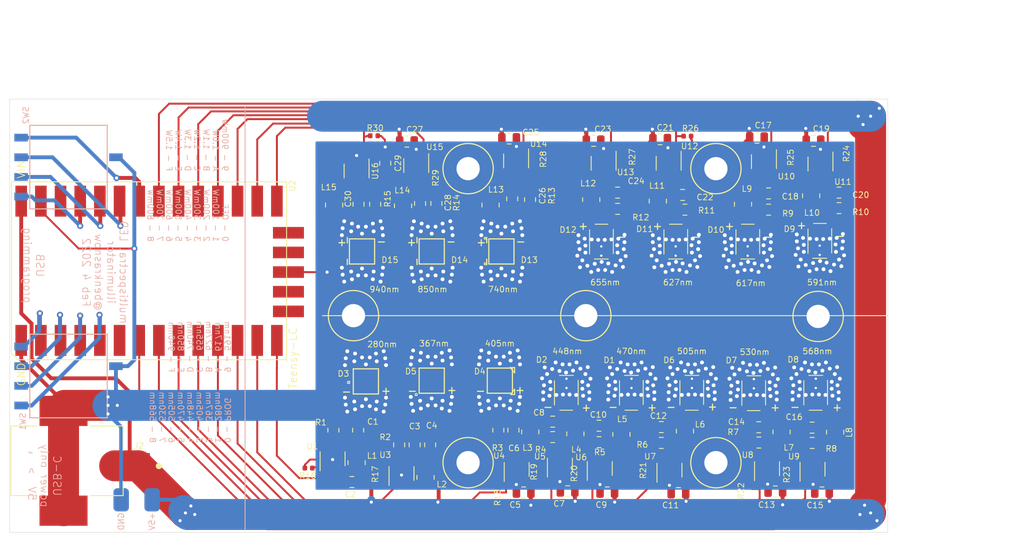
<source format=kicad_pcb>
(kicad_pcb (version 20211014) (generator pcbnew)
  (layers (0 "F.Cu" signal) (31 "B.Cu" signal) (34 "B.Paste" user) (35 "F.Paste" user) (36 "B.SilkS" user "B.Silkscreen") (37 "F.SilkS" user "F.Silkscreen") (38 "B.Mask" user) (39 "F.Mask" user) (44 "Edge.Cuts" user))
  (net 0 "")
  (net 1 "Net-(D1-Pad1)")
  (net 2 "Net-(D2-Pad1)")
  (net 3 "Net-(D3-Pad1)")
  (net 4 "Net-(D4-Pad2)")
  (net 5 "Net-(D5-Pad1)")
  (net 6 "Net-(D6-Pad1)")
  (net 7 "Net-(D7-Pad1)")
  (net 8 "Net-(D8-Pad1)")
  (net 9 "Net-(D9-Pad1)")
  (net 10 "Net-(D10-Pad1)")
  (net 11 "Net-(D11-Pad1)")
  (net 12 "Net-(D12-Pad1)")
  (net 13 "Net-(D13-Pad2)")
  (net 14 "Net-(D14-Pad2)")
  (net 15 "Net-(D15-Pad2)")
  (net 16 "Net-(C1-Pad1)")
  (net 17 "Net-(L1-Pad1)")
  (net 18 "/GND")
  (net 19 "/+5V")
  (net 26 "/LED_SEL8")
  (net 27 "/LED_SEL4")
  (net 28 "/LED_SEL2")
  (net 29 "/LED_SEL1")
  (net 30 "/PWM_D3_280nm")
  (net 31 "/BRIGHT8")
  (net 32 "/BRIGHT4")
  (net 33 "/BRIGHT2")
  (net 34 "/BRIGHT1")
  (net 35 "Net-(C4-Pad1)")
  (net 36 "Net-(L2-Pad1)")
  (net 37 "/PWM_D5_367nm")
  (net 38 "Net-(C6-Pad1)")
  (net 39 "Net-(L3-Pad1)")
  (net 40 "/PWM_D4_405nm")
  (net 41 "Net-(C8-Pad1)")
  (net 42 "Net-(L4-Pad1)")
  (net 43 "/PWM_D2_448nm")
  (net 44 "Net-(C10-Pad1)")
  (net 45 "Net-(L5-Pad1)")
  (net 46 "/PWM_D1_470nm")
  (net 47 "Net-(C12-Pad1)")
  (net 48 "Net-(L6-Pad1)")
  (net 49 "/PWM_D6_505nm")
  (net 50 "Net-(C14-Pad1)")
  (net 51 "Net-(L7-Pad1)")
  (net 52 "/PWM_D7_530nm")
  (net 53 "Net-(C16-Pad1)")
  (net 54 "Net-(L8-Pad1)")
  (net 55 "/PWM_D8_568nm")
  (net 56 "Net-(C18-Pad1)")
  (net 57 "Net-(L9-Pad1)")
  (net 58 "/PWM_D10_617nm")
  (net 59 "Net-(C20-Pad1)")
  (net 60 "Net-(L10-Pad1)")
  (net 61 "/PWM_D9_591nm")
  (net 62 "Net-(C22-Pad1)")
  (net 63 "Net-(L11-Pad1)")
  (net 64 "/PWM_D11_627nm")
  (net 65 "Net-(C24-Pad1)")
  (net 66 "Net-(L12-Pad1)")
  (net 67 "/PWM_D12_655nm")
  (net 68 "Net-(C26-Pad1)")
  (net 69 "Net-(L13-Pad1)")
  (net 70 "/PWM_D13_740nm")
  (net 71 "Net-(C28-Pad1)")
  (net 72 "Net-(L14-Pad1)")
  (net 73 "/PWM_D14_850nm")
  (net 74 "Net-(C30-Pad1)")
  (net 75 "Net-(L15-Pad1)")
  (net 76 "/PWM_D15_940nm")
  (footprint "MultiSpectLED:LuxeonRebelColor" (layer "F.Cu") (at 203.9 101.8 -90)
    (fp_text reference "D1")
    (fp_text value "470nm")
  )
  (footprint "MultiSpectLED:LuxeonRebelColor" (layer "F.Cu") (at 195.5 101.8 -90)
    (fp_text reference "D2")
    (fp_text value "448nm")
  )
  (footprint "MultiSpectLED:Luminus_XBT3535" (layer "F.Cu") (at 169.6 101.5 180)
    (fp_text reference "D3")
    (fp_text value "280nm")
  )
  (footprint "MultiSpectLED:Everlight_ELUA3535" (layer "F.Cu") (at 186.9 101.5 180)
    (fp_text reference "D4")
    (fp_text value "405nm")
  )
  (footprint "MultiSpectLED:SeoulViosys_CUN6GF1A" (layer "F.Cu") (at 178.1 101.5 180)
    (fp_text reference "D5")
    (fp_text value "367nm")
  )
  (footprint "MultiSpectLED:LuxeonRebelColor" (layer "F.Cu") (at 211.7 101.8 -90)
    (fp_text reference "D6")
    (fp_text value "505nm")
  )
  (footprint "MultiSpectLED:LuxeonRebelColor" (layer "F.Cu") (at 219.7 101.85 -90)
    (fp_text reference "D7")
    (fp_text value "530nm")
  )
  (footprint "MultiSpectLED:LuxeonRebelColor" (layer "F.Cu") (at 227.7 101.8 -90)
    (fp_text reference "D8")
    (fp_text value "568nm")
  )
  (footprint "MultiSpectLED:LuxeonRebelColor" (layer "F.Cu") (at 228.2 84.5 90)
    (fp_text reference "D9")
    (fp_text value "591nm")
  )
  (footprint "MultiSpectLED:LuxeonRebelColor" (layer "F.Cu") (at 218.9 84.6 90)
    (fp_text reference "D10")
    (fp_text value "617nm")
  )
  (footprint "MultiSpectLED:LuxeonRebelColor" (layer "F.Cu") (at 209.6 84.6 90)
    (fp_text reference "D11")
    (fp_text value "627nm")
  )
  (footprint "MultiSpectLED:LuxeonRebelColor" (layer "F.Cu") (at 200 84.6 90)
    (fp_text reference "D12")
    (fp_text value "655nm")
  )
  (footprint "MultiSpectLED:QT_Brightek_QBHP684" (layer "F.Cu") (at 187 84.6)
    (fp_text reference "D13")
    (fp_text value "740nm")
  )
  (footprint "MultiSpectLED:QT_Brightek_QBHP684" (layer "F.Cu") (at 178 84.6)
    (fp_text reference "D14")
    (fp_text value "850nm")
  )
  (footprint "MultiSpectLED:QT_Brightek_QBHP684" (layer "F.Cu") (at 169 84.6)
    (fp_text reference "D15")
    (fp_text value "940nm")
  )
  (footprint "MultiSpectLED:3mm_PTH" (layer "F.Cu") (at 228 93.1)
    (fp_text reference "H1" hide)
    (fp_text value "3mm_PTH")
  )
  (footprint "MultiSpectLED:C_0805_2012Metric" (layer "F.Cu") (at 168.6 107.8 90)
    (fp_text reference "C1")
    (fp_text value "C")
  )
  (footprint "MultiSpectLED:L_1007_2518Metric" (layer "F.Cu") (at 168.4 112 90)
    (fp_text reference "L1")
    (fp_text value "4.7u")
  )
  (footprint "MultiSpectLED:R_0805_2012Metric" (layer "F.Cu") (at 165.4 107.8 90)
    (fp_text reference "R1")
    (fp_text value "0.2")
  )
  (footprint "MultiSpectLED:SOT-23-5" (layer "F.Cu") (at 165.3 111.5 90)
    (fp_text reference "U1")
    (fp_text value "PAM2804")
  )
  (footprint "MultiSpectLED:C_0805_2012Metric" (layer "F.Cu") (at 167.8 114.5)
    (fp_text reference "C2")
    (fp_text value "C")
  )
  (footprint "MultiSpectLED:TeensyLC" (layer "F.Cu") (at 141.6 87.2)
    (fp_text reference "U2")
    (fp_text value "TeensyLC")
  )
  (footprint "MultiSpectLED:3mm_PTH" (layer "F.Cu") (at 182.8 74)
    (fp_text reference "H2" hide)
    (fp_text value "3mm_PTH")
  )
  (footprint "MultiSpectLED:3mm_PTH" (layer "F.Cu") (at 214.8 74)
    (fp_text reference "H3" hide)
    (fp_text value "3mm_PTH")
  )
  (footprint "MultiSpectLED:3mm_PTH" (layer "F.Cu") (at 182.8 112)
    (fp_text reference "H4" hide)
    (fp_text value "3mm_PTH")
  )
  (footprint "MultiSpectLED:3mm_PTH" (layer "F.Cu") (at 168 93)
    (fp_text reference "H5" hide)
    (fp_text value "3mm_PTH")
  )
  (footprint "MultiSpectLED:3mm_PTH" (layer "F.Cu") (at 198 93)
    (fp_text reference "H6" hide)
    (fp_text value "3mm_PTH")
  )
  (footprint "MultiSpectLED:3mm_PTH" (layer "F.Cu") (at 214.8 112)
    (fp_text reference "H7" hide)
    (fp_text value "3mm_PTH")
  )
  (footprint "MultiSpectLED:C_0805_2012Metric" (layer "F.Cu") (at 175.9 109.7 -90)
    (fp_text reference "C3")
    (fp_text value "C")
  )
  (footprint "MultiSpectLED:C_0805_2012Metric" (layer "F.Cu") (at 177.9 109.7 90)
    (fp_text reference "C4")
    (fp_text value "C")
  )
  (footprint "MultiSpectLED:L_1007_2518Metric" (layer "F.Cu") (at 177.3 113.9 90)
    (fp_text reference "L2")
    (fp_text value "4.7u")
  )
  (footprint "MultiSpectLED:R_0805_2012Metric" (layer "F.Cu") (at 173.9 109.7 90)
    (fp_text reference "R2")
    (fp_text value "0.2")
  )
  (footprint "MultiSpectLED:SOT-23-5" (layer "F.Cu") (at 174.2 113.4 90)
    (fp_text reference "U3")
    (fp_text value "PAM2804")
  )
  (footprint "MultiSpectLED:C_0805_2012Metric" (layer "F.Cu") (at 189.975 115.85)
    (fp_text reference "C5")
    (fp_text value "C")
  )
  (footprint "MultiSpectLED:C_0805_2012Metric" (layer "F.Cu") (at 188.65 107.8 90)
    (fp_text reference "C6")
    (fp_text value "C")
  )
  (footprint "MultiSpectLED:L_1007_2518Metric" (layer "F.Cu") (at 190.825 108.025 90)
    (fp_text reference "L3")
    (fp_text value "4.7u")
  )
  (footprint "MultiSpectLED:R_0805_2012Metric" (layer "F.Cu") (at 186.7 107.8 90)
    (fp_text reference "R3")
    (fp_text value "0.2")
  )
  (footprint "MultiSpectLED:SOT-23-5" (layer "F.Cu") (at 189.075 112.875 90)
    (fp_text reference "U4")
    (fp_text value "PAM2804")
  )
  (footprint "MultiSpectLED:C_0805_2012Metric" (layer "F.Cu") (at 195.65 115.7)
    (fp_text reference "C7")
    (fp_text value "C")
  )
  (footprint "MultiSpectLED:C_0805_2012Metric" (layer "F.Cu") (at 193.725 106.7 180)
    (fp_text reference "C8")
    (fp_text value "C")
  )
  (footprint "MultiSpectLED:L_1007_2518Metric" (layer "F.Cu") (at 196.65 108.275 90)
    (fp_text reference "L4")
    (fp_text value "4.7u")
  )
  (footprint "MultiSpectLED:R_0805_2012Metric" (layer "F.Cu") (at 193.725 108.7 180)
    (fp_text reference "R4")
    (fp_text value "0.2")
  )
  (footprint "MultiSpectLED:SOT-23-5" (layer "F.Cu") (at 194.65 112.325 90)
    (fp_text reference "U5")
    (fp_text value "PAM2804")
  )
  (footprint "MultiSpectLED:C_0805_2012Metric" (layer "F.Cu") (at 200.775 115.85)
    (fp_text reference "C9")
    (fp_text value "C")
  )
  (footprint "MultiSpectLED:C_0805_2012Metric" (layer "F.Cu") (at 199.7 107.225 180)
    (fp_text reference "C10")
    (fp_text value "C")
  )
  (footprint "MultiSpectLED:L_1007_2518Metric" (layer "F.Cu") (at 202.6 108.35 90)
    (fp_text reference "L5")
    (fp_text value "4.7u")
  )
  (footprint "MultiSpectLED:R_0805_2012Metric" (layer "F.Cu") (at 199.7125 109.35 180)
    (fp_text reference "R5")
    (fp_text value "0.2")
  )
  (footprint "MultiSpectLED:SOT-23-5" (layer "F.Cu") (at 199.8 112.75 90)
    (fp_text reference "U6")
    (fp_text value "PAM2804")
  )
  (footprint "MultiSpectLED:C_0805_2012Metric" (layer "F.Cu") (at 209.9625 115.925)
    (fp_text reference "C11")
    (fp_text value "C")
  )
  (footprint "MultiSpectLED:C_0805_2012Metric" (layer "F.Cu") (at 207.75 107.4 180)
    (fp_text reference "C12")
    (fp_text value "C")
  )
  (footprint "MultiSpectLED:L_1007_2518Metric" (layer "F.Cu") (at 210.8 107.925 90)
    (fp_text reference "L6")
    (fp_text value "4.7u")
  )
  (footprint "MultiSpectLED:R_0805_2012Metric" (layer "F.Cu") (at 207.75 109.45 180)
    (fp_text reference "R6")
    (fp_text value "0.2")
  )
  (footprint "MultiSpectLED:SOT-23-5" (layer "F.Cu") (at 208.8 112.975 90)
    (fp_text reference "U7")
    (fp_text value "PAM2804")
  )
  (footprint "MultiSpectLED:C_0805_2012Metric" (layer "F.Cu") (at 222.475 115.725)
    (fp_text reference "C13")
    (fp_text value "C")
  )
  (footprint "MultiSpectLED:C_0805_2012Metric" (layer "F.Cu") (at 220.325 107.425 180)
    (fp_text reference "C14")
    (fp_text value "C")
  )
  (footprint "MultiSpectLED:L_1007_2518Metric" (layer "F.Cu") (at 223.275 108.025 90)
    (fp_text reference "L7")
    (fp_text value "4.7u")
  )
  (footprint "MultiSpectLED:R_0805_2012Metric" (layer "F.Cu") (at 220.35 109.4 180)
    (fp_text reference "R7")
    (fp_text value "0.2")
  )
  (footprint "MultiSpectLED:SOT-23-5" (layer "F.Cu") (at 221.4 112.775 90)
    (fp_text reference "U8")
    (fp_text value "PAM2804")
  )
  (footprint "MultiSpectLED:C_0805_2012Metric" (layer "F.Cu") (at 228.5 115.85)
    (fp_text reference "C15")
    (fp_text value "C")
  )
  (footprint "MultiSpectLED:C_0805_2012Metric" (layer "F.Cu") (at 227.225 107.475 180)
    (fp_text reference "C16")
    (fp_text value "C")
  )
  (footprint "MultiSpectLED:L_1007_2518Metric" (layer "F.Cu") (at 230.2 108.05 90)
    (fp_text reference "L8")
    (fp_text value "4.7u")
  )
  (footprint "MultiSpectLED:R_0805_2012Metric" (layer "F.Cu") (at 227.225 109.45 180)
    (fp_text reference "R8")
    (fp_text value "0.2")
  )
  (footprint "MultiSpectLED:SOT-23-5" (layer "F.Cu") (at 227.275 112.85 90)
    (fp_text reference "U9")
    (fp_text value "PAM2804")
  )
  (footprint "MultiSpectLED:C_0805_2012Metric" (layer "F.Cu") (at 220.1 70 180)
    (fp_text reference "C17")
    (fp_text value "C")
  )
  (footprint "MultiSpectLED:C_0805_2012Metric" (layer "F.Cu") (at 221.6 77.2)
    (fp_text reference "C18")
    (fp_text value "C")
  )
  (footprint "MultiSpectLED:L_1007_2518Metric" (layer "F.Cu") (at 218.3 78.6 -90)
    (fp_text reference "L9")
    (fp_text value "4.7u")
  )
  (footprint "MultiSpectLED:R_0805_2012Metric" (layer "F.Cu") (at 221.6 79.3)
    (fp_text reference "R9")
    (fp_text value "0.2")
  )
  (footprint "MultiSpectLED:SOT-23-5" (layer "F.Cu") (at 221 73.1 -90)
    (fp_text reference "U10")
    (fp_text value "PAM2804")
  )
  (footprint "MultiSpectLED:C_0805_2012Metric" (layer "F.Cu") (at 227.4 70.4 180)
    (fp_text reference "C19")
    (fp_text value "C")
  )
  (footprint "MultiSpectLED:C_0805_2012Metric" (layer "F.Cu") (at 230.7 77.1)
    (fp_text reference "C20")
    (fp_text value "C")
  )
  (footprint "MultiSpectLED:L_1007_2518Metric" (layer "F.Cu") (at 227.1 77.5 -90)
    (fp_text reference "L10")
    (fp_text value "4.7u")
  )
  (footprint "MultiSpectLED:R_0805_2012Metric" (layer "F.Cu") (at 230.7 79.1)
    (fp_text reference "R10")
    (fp_text value "0.2")
  )
  (footprint "MultiSpectLED:SOT-23-5" (layer "F.Cu") (at 228.3 73.4 -90)
    (fp_text reference "U11")
    (fp_text value "PAM2804")
  )
  (footprint "MultiSpectLED:C_0805_2012Metric" (layer "F.Cu") (at 207.6 70.2 180)
    (fp_text reference "C21")
    (fp_text value "C")
  )
  (footprint "MultiSpectLED:C_0805_2012Metric" (layer "F.Cu") (at 210.5 77.4)
    (fp_text reference "C22")
    (fp_text value "C")
  )
  (footprint "MultiSpectLED:L_1007_2518Metric" (layer "F.Cu") (at 207.3 78.2 -90)
    (fp_text reference "L11")
    (fp_text value "4.7u")
  )
  (footprint "MultiSpectLED:R_0805_2012Metric" (layer "F.Cu") (at 210.8 79.3)
    (fp_text reference "R11")
    (fp_text value "0.2")
  )
  (footprint "MultiSpectLED:SOT-23-5" (layer "F.Cu") (at 208.7 73.3 -90)
    (fp_text reference "U12")
    (fp_text value "PAM2804")
  )
  (footprint "MultiSpectLED:C_0805_2012Metric" (layer "F.Cu") (at 199 70.4 180)
    (fp_text reference "C23")
    (fp_text value "C")
  )
  (footprint "MultiSpectLED:C_0805_2012Metric" (layer "F.Cu") (at 202.1 77.1)
    (fp_text reference "C24")
    (fp_text value "C")
  )
  (footprint "MultiSpectLED:L_1007_2518Metric" (layer "F.Cu") (at 198.7 78 -90)
    (fp_text reference "L12")
    (fp_text value "4.7u")
  )
  (footprint "MultiSpectLED:R_0805_2012Metric" (layer "F.Cu") (at 202.1 79.2)
    (fp_text reference "R12")
    (fp_text value "0.2")
  )
  (footprint "MultiSpectLED:SOT-23-5" (layer "F.Cu") (at 200.3 73.3 -90)
    (fp_text reference "U13")
    (fp_text value "PAM2804")
  )
  (footprint "MultiSpectLED:C_0805_2012Metric" (layer "F.Cu") (at 188.1 70.1 180)
    (fp_text reference "C25")
    (fp_text value "C")
  )
  (footprint "MultiSpectLED:C_0805_2012Metric" (layer "F.Cu") (at 188.5 77.9 -90)
    (fp_text reference "C26")
    (fp_text value "C")
  )
  (footprint "MultiSpectLED:L_1007_2518Metric" (layer "F.Cu") (at 185.7 78.7 -90)
    (fp_text reference "L13")
    (fp_text value "4.7u")
  )
  (footprint "MultiSpectLED:R_0805_2012Metric" (layer "F.Cu") (at 190.8 78 -90)
    (fp_text reference "R13")
    (fp_text value "0.2")
  )
  (footprint "MultiSpectLED:SOT-23-5" (layer "F.Cu") (at 189 73 -90)
    (fp_text reference "U14")
    (fp_text value "PAM2804")
  )
  (footprint "MultiSpectLED:C_0805_2012Metric" (layer "F.Cu") (at 174.9 70.5 180)
    (fp_text reference "C27")
    (fp_text value "C")
  )
  (footprint "MultiSpectLED:C_0805_2012Metric" (layer "F.Cu") (at 176.6 78.5 -90)
    (fp_text reference "C28")
    (fp_text value "C")
  )
  (footprint "MultiSpectLED:L_1007_2518Metric" (layer "F.Cu") (at 174.4 78.8 -90)
    (fp_text reference "L14")
    (fp_text value "4.7u")
  )
  (footprint "MultiSpectLED:R_0805_2012Metric" (layer "F.Cu") (at 178.7 78.5 -90)
    (fp_text reference "R14")
    (fp_text value "0.2")
  )
  (footprint "MultiSpectLED:SOT-23-5" (layer "F.Cu") (at 176.1 73.6 -90)
    (fp_text reference "U15")
    (fp_text value "PAM2804")
  )
  (footprint "MultiSpectLED:C_0805_2012Metric" (layer "F.Cu") (at 172.1 73.3 -90)
    (fp_text reference "C29")
    (fp_text value "C")
  )
  (footprint "MultiSpectLED:C_0805_2012Metric" (layer "F.Cu") (at 168.65 78.6 -90)
    (fp_text reference "C30")
    (fp_text value "C")
  )
  (footprint "MultiSpectLED:L_1007_2518Metric" (layer "F.Cu") (at 165.5 78.7 -90)
    (fp_text reference "L15")
    (fp_text value "4.7u")
  )
  (footprint "MultiSpectLED:R_0805_2012Metric" (layer "F.Cu") (at 170.8 78.6 -90)
    (fp_text reference "R15")
    (fp_text value "0.2")
  )
  (footprint "MultiSpectLED:SOT-23-5" (layer "F.Cu") (at 168.4 74.3 -90)
    (fp_text reference "U16")
    (fp_text value "PAM2804")
  )
  (footprint "MultiSpectLED:R_0402_1005Metric" (layer "F.Cu") (at 162.2 112.7 180)
    (fp_text reference "R16")
    (fp_text value "100K")
  )
  (footprint "MultiSpectLED:R_0402_1005Metric" (layer "F.Cu") (at 171.8 113.9 90)
    (fp_text reference "R17")
    (fp_text value "100K")
  )
  (footprint "MultiSpectLED:R_0402_1005Metric" (layer "F.Cu") (at 186.8 114.3 90)
    (fp_text reference "R18")
    (fp_text value "100K")
  )
  (footprint "MultiSpectLED:R_0402_1005Metric" (layer "F.Cu") (at 192.3 113.6 90)
    (fp_text reference "R19")
    (fp_text value "100K")
  )
  (footprint "MultiSpectLED:R_0402_1005Metric" (layer "F.Cu") (at 197.5 113.8 90)
    (fp_text reference "R20")
    (fp_text value "100K")
  )
  (footprint "MultiSpectLED:R_0402_1005Metric" (layer "F.Cu") (at 206.4 113.4 90)
    (fp_text reference "R21")
    (fp_text value "100K")
  )
  (footprint "MultiSpectLED:R_0402_1005Metric" (layer "F.Cu") (at 219.1 114.15 90)
    (fp_text reference "R22")
    (fp_text value "100K")
  )
  (footprint "MultiSpectLED:R_0402_1005Metric" (layer "F.Cu") (at 224.95 113.95 90)
    (fp_text reference "R23")
    (fp_text value "100K")
  )
  (footprint "MultiSpectLED:R_0402_1005Metric" (layer "F.Cu") (at 230.65 71.65 -90)
    (fp_text reference "R24")
    (fp_text value "100K")
  )
  (footprint "MultiSpectLED:R_0402_1005Metric" (layer "F.Cu") (at 223.45 72.15 -90)
    (fp_text reference "R25")
    (fp_text value "100K")
  )
  (footprint "MultiSpectLED:R_0402_1005Metric" (layer "F.Cu") (at 211.115 69.8)
    (fp_text reference "R26")
    (fp_text value "100K")
  )
  (footprint "MultiSpectLED:R_0402_1005Metric" (layer "F.Cu") (at 203 72.1 -90)
    (fp_text reference "R27")
    (fp_text value "100K")
  )
  (footprint "MultiSpectLED:R_0402_1005Metric" (layer "F.Cu") (at 191.5 72.385 -90)
    (fp_text reference "R28")
    (fp_text value "100K")
  )
  (footprint "MultiSpectLED:R_0402_1005Metric" (layer "F.Cu") (at 178.45 72.95 -90)
    (fp_text reference "R29")
    (fp_text value "100K")
  )
  (footprint "MultiSpectLED:R_0402_1005Metric" (layer "F.Cu") (at 170.65 69.75)
    (fp_text reference "R30")
    (fp_text value "100K")
  )
  (footprint "MultiSpectLED:CUI_PJ-036AH-SMT-TR" (layer "F.Cu") (at 139.506 112.41)
    (fp_text reference "J2")
    (fp_text value "PJ-036AH-SMT-TR")
  )
  (footprint "MultiSpectLED:NKK_FR02" (layer "B.Cu") (at 131.2 100.8 -90)
    (fp_text reference "SW1")
    (fp_text value "NKK_HEXADEC")
  )
  (footprint "MultiSpectLED:NKK_FR02" (layer "B.Cu") (at 131.2 73.8 -90)
    (fp_text reference "SW2")
    (fp_text value "NKK_HEXADEC")
  )
  (footprint "MultiSpectLED:FAN_PADS" (layer "B.Cu") (at 140 116.8)
    (fp_text reference "J1" hide)
    (fp_text value "Conn_01x02_Female")
  )
  (gr_line (start 154 65.9) (end 154 120.6) (layer "B.SilkS") (width 0.12))
  (gr_line (start 167.25 101.5) (end 167.25 101.75) (layer "F.SilkS") (width 0.12))
  (gr_line (start 167.5 101.75) (end 167.5 101.5) (layer "F.SilkS") (width 0.12))
  (gr_line (start 237 93) (end 164 93) (layer "F.SilkS") (width 0.12))
  (gr_line (start 184.9 86.4) (end 184.9 86.2) (layer "F.SilkS") (width 0.12))
  (gr_line (start 188.8 99.7) (end 188.2 99.7) (layer "F.SilkS") (width 0.12))
  (gr_line (start 188.2 99.7) (end 188.8 100.4) (layer "F.SilkS") (width 0.12))
  (gr_line (start 167.5 101.5) (end 167.25 101.5) (layer "F.SilkS") (width 0.12))
  (gr_line (start 184.9 82.9) (end 184.9 83.1) (layer "F.SilkS") (width 0.12))
  (gr_circle (center 176.1 103.2) (end 176.2 103.3) (layer "F.SilkS") (width 0.12) (fill none))
  (gr_line (start 184.9 86.2) (end 185.2 86.2) (layer "F.SilkS") (width 0.12))
  (gr_line (start 188.8 102.5) (end 188.3 103.2) (layer "F.SilkS") (width 0.12))
  (gr_line (start 188.3 103.2) (end 188.8 103.2) (layer "F.SilkS") (width 0.12))
  (gr_line (start 185.2 82.9) (end 184.9 82.9) (layer "F.SilkS") (width 0.12))
  (gr_line (start 167.25 101.75) (end 167.5 101.75) (layer "F.SilkS") (width 0.12))
  (gr_line (start 184.9 83.1) (end 185.2 83.1) (layer "F.SilkS") (width 0.12))
  (gr_line (start 185.2 86.4) (end 184.9 86.4) (layer "F.SilkS") (width 0.12))
  (gr_line (start 237 121) (end 123.6 121) (layer "Edge.Cuts") (width 0.05))
  (gr_line (start 123.6 65) (end 237 65) (layer "Edge.Cuts") (width 0.05))
  (gr_line (start 237 65) (end 237 121) (layer "Edge.Cuts") (width 0.05))
  (gr_line (start 123.6 121) (end 123.6 65) (layer "Edge.Cuts") (width 0.05))
  (gr_text "9 - 591nm\nA - 617nm\nB - 627nm\nC - 655nm\nD - 740nm\nE - 850nm\nF - 940nm" (at 148.1 100.4 270) (layer "B.SilkS") (effects (font (size 0.75 0.75) (thickness 0.1)) (justify left mirror)))
  (gr_text "9 - 900mW\nA - 1.0W\nB - 1.1W\nC - 1.2W\nD - 1.3W\nE - 1.4W\nF - 1.5W" (at 147.8 74.4 270) (layer "B.SilkS") (effects (font (size 0.75 0.75) (thickness 0.1)) (justify left mirror)))
  (gr_text "0 - OFF\n1 - 100mW\n2 - 200mW\n3 - 300mW\n4 - 400mW\n5 - 500mW\n6 - 600mW\n7 - 700mW\n8 - 800mW" (at 146.6 83.5 270) (layer "B.SilkS") (effects (font (size 0.75 0.75) (thickness 0.1)) (justify left mirror)))
  (gr_text "USB-C\npower only\n5V  >3A" (at 128.1 113.7 270) (layer "B.SilkS") (effects (font (size 1 1) (thickness 0.1)) (justify mirror)))
  (gr_text "USB\nprogramming" (at 126.7 86.5 270) (layer "B.SilkS") (effects (font (size 1 1) (thickness 0.1)) (justify mirror)))
  (gr_text "multispectral LED\nilluminator\n@benkrasnow\nFeb 4 2022" (at 135.9 87.4 270) (layer "B.SilkS") (effects (font (size 1 1) (thickness 0.1)) (justify mirror)))
  (gr_text "0 - PROG\n1 - 280nm\n2 - 367nm\n3 - 405nm\n4 - 448nm\n5 - 470nm\n6 - 505nm\n7 - 530nm\n8 - 568nm" (at 146.9 109.5 270) (layer "B.SilkS") (effects (font (size 0.75 0.75) (thickness 0.1)) (justify left mirror)))
  (gr_text "405nm" (at 186.9 96.6) (layer "F.SilkS") (effects (font (size 0.75 0.75) (thickness 0.1))))
  (gr_text "448nm" (at 195.6 97.6) (layer "F.SilkS") (effects (font (size 0.75 0.75) (thickness 0.1))))
  (gr_text "470nm" (at 203.85 97.6) (layer "F.SilkS") (effects (font (size 0.75 0.75) (thickness 0.1))))
  (gr_text "505nm" (at 211.7 97.6) (layer "F.SilkS") (effects (font (size 0.75 0.75) (thickness 0.1))))
  (gr_text "530nm" (at 219.8 97.7) (layer "F.SilkS") (effects (font (size 0.75 0.75) (thickness 0.1))))
  (gr_text "568nm" (at 227.9 97.6) (layer "F.SilkS") (effects (font (size 0.75 0.75) (thickness 0.1))))
  (gr_text "591nm" (at 228.5 88.7) (layer "F.SilkS") (effects (font (size 0.75 0.75) (thickness 0.1))))
  (gr_text "617nm" (at 219.3 88.8) (layer "F.SilkS") (effects (font (size 0.75 0.75) (thickness 0.1))))
  (gr_text "627nm" (at 209.9 88.7) (layer "F.SilkS") (effects (font (size 0.75 0.75) (thickness 0.1))))
  (gr_text "655nm" (at 200.5 88.7) (layer "F.SilkS") (effects (font (size 0.75 0.75) (thickness 0.1))))
  (gr_text "740nm" (at 187.3 89.6) (layer "F.SilkS") (effects (font (size 0.75 0.75) (thickness 0.1))))
  (gr_text "850nm" (at 178.2 89.6) (layer "F.SilkS") (effects (font (size 0.75 0.75) (thickness 0.1))))
  (gr_text "940nm" (at 172 89.6) (layer "F.SilkS") (effects (font (size 0.75 0.75) (thickness 0.1))))
  (gr_text "VIN" (at 125.1 74.1 90) (layer "F.SilkS") (effects (font (size 1 1) (thickness 0.1))))
  (gr_text "GND" (at 125.1 100.6 90) (layer "F.SilkS") (effects (font (size 1 1) (thickness 0.1))))
  (gr_text "Teensy-LC" (at 160.2 98.5 90) (layer "F.SilkS") (effects (font (size 1 1) (thickness 0.1))))
  (gr_text "367nm" (at 178.4 96.6) (layer "F.SilkS") (effects (font (size 0.75 0.75) (thickness 0.1))))
  (gr_text "280nm" (at 171.7 96.7) (layer "F.SilkS") (effects (font (size 0.75 0.75) (thickness 0.1))))
  (segment (start 199.7 106.481374) (end 199.7 108.593874) (width 0.5) (layer "F.Cu") (net 1))
  (segment (start 199.71251 110.093616) (end 199.71251 109.31251) (width 0.5) (layer "F.Cu") (net 1))
  (segment (start 202.35 105.25) (end 201.775 105.825) (width 0.5) (layer "F.Cu") (net 1))
  (segment (start 198.99999 110.50001) (end 199.306116 110.50001) (width 0.5) (layer "F.Cu") (net 1))
  (segment (start 198.85 111.65) (end 198.85 110.65) (width 0.5) (layer "F.Cu") (net 1))
  (segment (start 198.85 110.65) (end 198.99999 110.50001) (width 0.5) (layer "F.Cu") (net 1))
  (segment (start 199.71251 109.31251) (end 199.75 109.35) (width 0.5) (layer "F.Cu") (net 1))
  (segment (start 199.306116 110.50001) (end 199.71251 110.093616) (width 0.5) (layer "F.Cu") (net 1))
  (segment (start 201.775 105.825) (end 200.356374 105.825) (width 0.5) (layer "F.Cu") (net 1))
  (segment (start 199.71251 108.606384) (end 199.71251 109.31251) (width 0.5) (layer "F.Cu") (net 1))
  (segment (start 200.356374 105.825) (end 199.7 106.481374) (width 0.5) (layer "F.Cu") (net 1))
  (segment (start 199.75 109.35) (end 200.65 109.35) (width 0.5) (layer "F.Cu") (net 1))
  (segment (start 199.7 108.593874) (end 199.71251 108.606384) (width 0.5) (layer "F.Cu") (net 1))
  (segment (start 193.7 109.6625) (end 194.6625 108.7) (width 0.4) (layer "F.Cu") (net 2))
  (segment (start 194.15001 105.45001) (end 193.95 105.25) (width 0.4) (layer "F.Cu") (net 2))
  (segment (start 193.95 105.25) (end 193.95 105.802084) (width 0.4) (layer "F.Cu") (net 2))
  (segment (start 193.95 105.25) (end 194.4125 105.25) (width 0.5) (layer "F.Cu") (net 2))
  (segment (start 193.75 106.002084) (end 193.75 107.7875) (width 0.4) (layer "F.Cu") (net 2))
  (segment (start 193.7 111.225) (end 193.7 109.6625) (width 0.4) (layer "F.Cu") (net 2))
  (segment (start 193.95 105.802084) (end 193.75 106.002084) (width 0.4) (layer "F.Cu") (net 2))
  (segment (start 193.75 107.7875) (end 194.6625 108.7) (width 0.4) (layer "F.Cu") (net 2))
  (segment (start 193.95 105.25) (end 193.95 105.531374) (width 0.5) (layer "F.Cu") (net 2))
  (segment (start 163.9 105.17) (end 167.57 101.5) (width 0.5) (layer "F.Cu") (net 3))
  (segment (start 164.35 110.4) (end 164.35 108.825) (width 0.5) (layer "F.Cu") (net 3))
  (segment (start 164.35 108.825) (end 164.4375 108.7375) (width 0.5) (layer "F.Cu") (net 3))
  (segment (start 163.9 108.2) (end 163.9 105.17) (width 0.5) (layer "F.Cu") (net 3))
  (segment (start 163.9 108.2) (end 164.4375 108.7375) (width 0.5) (layer "F.Cu") (net 3))
  (segment (start 164.4375 108.7375) (end 165.4 108.7375) (width 0.5) (layer "F.Cu") (net 3))
  (segment (start 183.3 106.5) (end 185.5375 108.7375) (width 0.5) (layer "F.Cu") (net 4))
  (segment (start 187.35 109.3875) (end 187.35 110.4) (width 0.5) (layer "F.Cu") (net 4))
  (segment (start 187.35 110.4) (end 188.125 111.175) (width 0.5) (layer "F.Cu") (net 4))
  (segment (start 183.3 101.47) (end 183.3 106.5) (width 0.5) (layer "F.Cu") (net 4))
  (segment (start 183.37 101.4) (end 183.3 101.47) (width 0.5) (layer "F.Cu") (net 4))
  (segment (start 186.7 108.7375) (end 187.35 109.3875) (width 0.5) (layer "F.Cu") (net 4))
  (segment (start 185.5375 108.7375) (end 186.7 108.7375) (width 0.5) (layer "F.Cu") (net 4))
  (segment (start 184.87 101.4) (end 183.37 101.4) (width 0.5) (layer "F.Cu") (net 4))
  (segment (start 188.125 111.175) (end 188.125 111.775) (width 0.5) (layer "F.Cu") (net 4))
  (segment (start 173.2 112.25) (end 173.25 112.3) (width 0.5) (layer "F.Cu") (net 5))
  (segment (start 174.2 106.1) (end 172.5 107.8) (width 0.5) (layer "F.Cu") (net 5))
  (segment (start 173.9 110.6375) (end 172.7 110.6375) (width 0.5) (layer "F.Cu") (net 5))
  (segment (start 173.175 111.7) (end 172.7 111.225) (width 0.5) (layer "F.Cu") (net 5))
  (segment (start 174.57 101.4) (end 174.2 101.77) (width 0.5) (layer "F.Cu") (net 5))
  (segment (start 172.5 107.8) (end 172.5 110.4375) (width 0.5) (layer "F.Cu") (net 5))
  (segment (start 174.2 101.77) (end 174.2 106.1) (width 0.5) (layer "F.Cu") (net 5))
  (segment (start 176.07 101.4) (end 174.57 101.4) (width 0.5) (layer "F.Cu") (net 5))
  (segment (start 172.5 110.4375) (end 172.7 110.6375) (width 0.5) (layer "F.Cu") (net 5))
  (segment (start 172.7 111.225) (end 172.7 110.6375) (width 0.5) (layer "F.Cu") (net 5))
  (segment (start 173.2 111.7) (end 173.2 112.25) (width 0.5) (layer "F.Cu") (net 5))
  (segment (start 173.2 111.7) (end 173.175 111.7) (width 0.5) (layer "F.Cu") (net 5))
  (segment (start 209.15 105.25) (end 207.79999 106.60001) (width 0.4) (layer "F.Cu") (net 6))
  (segment (start 207.85 110.975) (end 208.625 110.2) (width 0.5) (layer "F.Cu") (net 6))
  (segment (start 208.625 109.5125) (end 208.6875 109.45) (width 0.5) (layer "F.Cu") (net 6))
  (segment (start 210.15 105.25) (end 209.15 105.25) (width 0.4) (layer "F.Cu") (net 6))
  (segment (start 207.81251 108.57501) (end 208.6875 109.45) (width 0.4) (layer "F.Cu") (net 6))
  (segment (start 207.79999 106.60001) (end 207.79999 108.57501) (width 0.4) (layer "F.Cu") (net 6))
  (segment (start 207.85 111.875) (end 207.85 110.975) (width 0.5) (layer "F.Cu") (net 6))
  (segment (start 208.625 110.2) (end 208.625 109.5125) (width 0.5) (layer "F.Cu") (net 6))
  (segment (start 207.79999 108.57501) (end 207.81251 108.57501) (width 0.4) (layer "F.Cu") (net 6))
  (segment (start 220.45 111.675) (end 220.45 110.2375) (width 0.4) (layer "F.Cu") (net 7))
  (segment (start 220.4 108.5125) (end 220.4 108.95) (width 0.4) (layer "F.Cu") (net 7))
  (segment (start 220.85 109.4) (end 221.2875 109.4) (width 0.4) (layer "F.Cu") (net 7))
  (segment (start 220.37499 106.59999) (end 220.37499 107.62501) (width 0.4) (layer "F.Cu") (net 7))
  (segment (start 218.15 105.3) (end 219.17499 106.32499) (width 0.4) (layer "F.Cu") (net 7))
  (segment (start 220.4 108.95) (end 220.85 109.4) (width 0.4) (layer "F.Cu") (net 7))
  (segment (start 220.09999 106.32499) (end 220.37499 106.59999) (width 0.4) (layer "F.Cu") (net 7))
  (segment (start 220.375 107.62502) (end 220.375 108.4875) (width 0.4) (layer "F.Cu") (net 7))
  (segment (start 220.45 110.2375) (end 221.2875 109.4) (width 0.4) (layer "F.Cu") (net 7))
  (segment (start 220.37499 107.62501) (end 220.375 107.62502) (width 0.4) (layer "F.Cu") (net 7))
  (segment (start 219.17499 106.32499) (end 220.09999 106.32499) (width 0.4) (layer "F.Cu") (net 7))
  (segment (start 220.375 108.4875) (end 220.4 108.5125) (width 0.4) (layer "F.Cu") (net 7))
  (segment (start 226.15 105.25) (end 227.17501 106.27501) (width 0.4) (layer "F.Cu") (net 8))
  (segment (start 226.325 111.2875) (end 227.606263 110.006237) (width 0.4) (layer "F.Cu") (net 8))
  (segment (start 227.53749 108.82499) (end 228.1625 109.45) (width 0.4) (layer "F.Cu") (net 8))
  (segment (start 227.17501 106.27501) (end 227.17501 108.82499) (width 0.4) (layer "F.Cu") (net 8))
  (segment (start 227.606263 110.006237) (end 228.1625 109.45) (width 0.4) (layer "F.Cu") (net 8))
  (segment (start 226.325 111.75) (end 226.325 111.2875) (width 0.4) (layer "F.Cu") (net 8))
  (segment (start 227.17501 108.82499) (end 227.53749 108.82499) (width 0.4) (layer "F.Cu") (net 8))
  (segment (start 229.75 79.1125) (end 229.7625 79.1) (width 0.5) (layer "F.Cu") (net 9))
  (segment (start 230.65001 75.17501) (end 230.65001 78.21249) (width 0.4) (layer "F.Cu") (net 9))
  (segment (start 229.75 81.05) (end 229.75 79.1125) (width 0.5) (layer "F.Cu") (net 9))
  (segment (start 230.65001 78.21249) (end 229.7625 79.1) (width 0.4) (layer "F.Cu") (net 9))
  (segment (start 229.975 74.5) (end 230.65001 75.17501) (width 0.4) (layer "F.Cu") (net 9))
  (segment (start 229.25 74.5) (end 229.975 74.5) (width 0.4) (layer "F.Cu") (net 9))
  (segment (start 221.95 75.15) (end 221.95 74.2) (width 0.4) (layer "F.Cu") (net 10))
  (segment (start 220.6625 79.3) (end 220.6625 80.9375) (width 0.5) (layer "F.Cu") (net 10))
  (segment (start 220.6625 80.9375) (end 220.45 81.15) (width 0.5) (layer "F.Cu") (net 10))
  (segment (start 221.25 79.3) (end 221.6 78.95) (width 0.4) (layer "F.Cu") (net 10))
  (segment (start 221.6 78.95) (end 221.6 75.5) (width 0.4) (layer "F.Cu") (net 10))
  (segment (start 220.6625 79.3) (end 221.25 79.3) (width 0.4) (layer "F.Cu") (net 10))
  (segment (start 221.6 75.5) (end 221.95 75.15) (width 0.4) (layer "F.Cu") (net 10))
  (segment (start 209.65 74.4) (end 209.65 75.55) (width 0.4) (layer "F.Cu") (net 11))
  (segment (start 210.5 78.6625) (end 209.8625 79.3) (width 0.4) (layer "F.Cu") (net 11))
  (segment (start 209.8625 79.8625) (end 211.15 81.15) (width 0.5) (layer "F.Cu") (net 11))
  (segment (start 209.8625 79.3) (end 209.8625 79.8625) (width 0.5) (layer "F.Cu") (net 11))
  (segment (start 210.5 76.4) (end 210.5 78.6625) (width 0.4) (layer "F.Cu") (net 11))
  (segment (start 209.65 75.55) (end 210.5 76.4) (width 0.4) (layer "F.Cu") (net 11))
  (segment (start 201.25 75.33) (end 201.25 74.4) (width 0.4) (layer "F.Cu") (net 12))
  (segment (start 202.05001 78.31249) (end 202.05001 76.13001) (width 0.4) (layer "F.Cu") (net 12))
  (segment (start 201.1625 79.2) (end 202.05001 78.31249) (width 0.4) (layer "F.Cu") (net 12))
  (segment (start 201.55 81.15) (end 201.55 79.5875) (width 0.5) (layer "F.Cu") (net 12))
  (segment (start 202.05001 76.13001) (end 201.25 75.33) (width 0.4) (layer "F.Cu") (net 12))
  (segment (start 201.55 79.5875) (end 201.1625 79.2) (width 0.5) (layer "F.Cu") (net 12))
  (segment (start 190.63 84.7) (end 192.4 82.93) (width 0.5) (layer "F.Cu") (net 13))
  (segment (start 191.9625 77.0625) (end 190.8 77.0625) (width 0.5) (layer "F.Cu") (net 13))
  (segment (start 189.95 75.3) (end 189.95 74.1) (width 0.5) (layer "F.Cu") (net 13))
  (segment (start 192.4 77.5) (end 191.9625 77.0625) (width 0.5) (layer "F.Cu") (net 13))
  (segment (start 189.13 84.7) (end 190.63 84.7) (width 0.5) (layer "F.Cu") (net 13))
  (segment (start 189.95 76.2125) (end 190.8 77.0625) (width 0.5) (layer "F.Cu") (net 13))
  (segment (start 189.95 75.3) (end 189.95 76.2125) (width 0.5) (layer "F.Cu") (net 13))
  (segment (start 192.4 82.93) (end 192.4 77.5) (width 0.5) (layer "F.Cu") (net 13))
  (segment (start 181.8 84.43) (end 181.53 84.7) (width 0.5) (layer "F.Cu") (net 14))
  (segment (start 181.8 79.8) (end 181.8 84.43) (width 0.5) (layer "F.Cu") (net 14))
  (segment (start 177.05 75.9125) (end 178.7 77.5625) (width 0.5) (layer "F.Cu") (net 14))
  (segment (start 178.7 77.5625) (end 179.256237 78.118737) (width 0.5) (layer "F.Cu") (net 14))
  (segment (start 177.05 74.7) (end 177.05 75.9125) (width 0.5) (layer "F.Cu") (net 14))
  (segment (start 179.256237 78.118737) (end 180.118737 78.118737) (width 0.5) (layer "F.Cu") (net 14))
  (segment (start 181.53 84.7) (end 180.03 84.7) (width 0.5) (layer "F.Cu") (net 14))
  (segment (start 180.118737 78.118737) (end 181.8 79.8) (width 0.5) (layer "F.Cu") (net 14))
  (segment (start 169.35 75.4) (end 169.35 76.2125) (width 0.5) (layer "F.Cu") (net 15))
  (segment (start 172.7 79.5625) (end 172.7 80.85) (width 0.5) (layer "F.Cu") (net 15))
  (segment (start 172.53 84.7) (end 171.03 84.7) (width 0.5) (layer "F.Cu") (net 15))
  (segment (start 172.7 80.85) (end 173.05 81.2) (width 0.5) (layer "F.Cu") (net 15))
  (segment (start 169.35 76.2125) (end 170.8 77.6625) (width 0.5) (layer "F.Cu") (net 15))
  (segment (start 170.8 77.6625) (end 172.7 79.5625) (width 0.5) (layer "F.Cu") (net 15))
  (segment (start 173.05 81.2) (end 173.05 84.18) (width 0.5) (layer "F.Cu") (net 15))
  (segment (start 173.05 84.18) (end 172.53 84.7) (width 0.5) (layer "F.Cu") (net 15))
  (segment (start 168.7625 108.7375) (end 171.24999 106.25001) (width 0.5) (layer "F.Cu") (net 16))
  (segment (start 168.5 108.7375) (end 168.7625 108.7375) (width 0.5) (layer "F.Cu") (net 16))
  (segment (start 173.10001 105.957112) (end 173.10001 101.5) (width 0.5) (layer "F.Cu") (net 16))
  (segment (start 171.63 101.5) (end 173.07 101.5) (width 0.5) (layer "F.Cu") (net 16))
  (segment (start 168.4 108.8375) (end 168.5 108.7375) (width 0.5) (layer "F.Cu") (net 16))
  (segment (start 172.807112 106.25001) (end 173.10001 105.957112) (width 0.5) (layer "F.Cu") (net 16))
  (segment (start 168.4 110.95) (end 168.4 108.8375) (width 0.5) (layer "F.Cu") (net 16))
  (segment (start 171.24999 106.25001) (end 172.807112 106.25001) (width 0.5) (layer "F.Cu") (net 16))
  (segment (start 168.4 113.05) (end 166.7 113.05) (width 0.5) (layer "F.Cu") (net 17))
  (segment (start 166.7 113.05) (end 166.25 112.6) (width 0.5) (layer "F.Cu") (net 17))
  (segment (start 189.0375 71.8625) (end 189 71.9) (width 0.5) (layer "F.Cu") (net 18))
  (segment (start 208.8 115.7) (end 209.025 115.925) (width 0.5) (layer "F.Cu") (net 18))
  (segment (start 127.63 78.2) (end 127.63 79.45) (width 0.25) (layer "F.Cu") (net 18))
  (segment (start 130.65 104.26) (end 130.65 104.6) (width 0.5) (layer "F.Cu") (net 18))
  (segment (start 171.53 69.75) (end 172.05 70.27) (width 0.25) (layer "F.Cu") (net 18))
  (segment (start 172.1 72.3625) (end 172.1 71.2) (width 0.5) (layer "F.Cu") (net 18))
  (segment (start 125.09 98.7) (end 130.65 104.26) (width 0.5) (layer "F.Cu") (net 18))
  (segment (start 189.075 113.975) (end 189.075 114.775) (width 0.5) (layer "F.Cu") (net 18))
  (segment (start 159.6 87.37) (end 162.046 87.37) (width 0.25) (layer "F.Cu") (net 18))
  (segment (start 221 72) (end 221 71.2) (width 0.4) (layer "F.Cu") (net 18))
  (segment (start 221.5375 115.725) (end 221.5375 114.8375) (width 0.5) (layer "F.Cu") (net 18))
  (segment (start 171.135 69.75) (end 171.53 69.75) (width 0.25) (layer "F.Cu") (net 18))
  (segment (start 132.508 84.328) (end 139.7 84.328) (width 0.25) (layer "F.Cu") (net 18))
  (segment (start 208.8 114.075) (end 208.8 114.925) (width 0.5) (layer "F.Cu") (net 18))
  (segment (start 189.0375 114.8375) (end 189.025 114.825) (width 0.5) (layer "F.Cu") (net 18))
  (segment (start 165.3 112.6) (end 165.3 111.6) (width 0.5) (layer "F.Cu") (net 18))
  (segment (start 211.6 70.22) (end 211.7 70.32) (width 0.25) (layer "F.Cu") (net 18))
  (segment (start 172.05 70.27) (end 172.05 70.75) (width 0.25) (layer "F.Cu") (net 18))
  (segment (start 166.5 106.8625) (end 166.275 106.8625) (width 0.5) (layer "F.Cu") (net 18))
  (segment (start 161.715 112.7) (end 161.715 112.28) (width 0.25) (layer "F.Cu") (net 18))
  (segment (start 175.8375 71.2375) (end 176.1 71.5) (width 0.5) (layer "F.Cu") (net 18))
  (segment (start 221.0375 71.1625) (end 221 71.2) (width 0.4) (layer "F.Cu") (net 18))
  (segment (start 227.5625 115.85) (end 227.5625 115.0125) (width 0.5) (layer "F.Cu") (net 18))
  (segment (start 175.8375 70.5) (end 175.8375 71.2375) (width 0.5) (layer "F.Cu") (net 18))
  (segment (start 192.706263 106.143763) (end 192.706263 104.868737) (width 0.5) (layer "F.Cu") (net 18))
  (segment (start 200.3 71.4) (end 200.3 70.7625) (width 0.5) (layer "F.Cu") (net 18))
  (segment (start 168.4 72.3) (end 168.4 71.5625) (width 0.5) (layer "F.Cu") (net 18))
  (segment (start 127.63 79.45) (end 132.508 84.328) (width 0.25) (layer "F.Cu") (net 18))
  (segment (start 227.275 113.95) (end 227.275 114.725) (width 0.5) (layer "F.Cu") (net 18))
  (segment (start 208.7 71.4) (end 208.6 71.3) (width 0.5) (layer "F.Cu") (net 18))
  (segment (start 199.8 114.8) (end 199.825 114.825) (width 0.5) (layer "F.Cu") (net 18))
  (segment (start 189.075 114.775) (end 189.025 114.825) (width 0.5) (layer "F.Cu") (net 18))
  (segment (start 199.8375 115.85) (end 199.8375 114.8375) (width 0.5) (layer "F.Cu") (net 18))
  (segment (start 221.0375 70) (end 221.0375 71.1625) (width 0.4) (layer "F.Cu") (net 18))
  (segment (start 199.8375 114.8375) (end 199.825 114.825) (width 0.5) (layer "F.Cu") (net 18))
  (segment (start 130.50999 104.74001) (end 130.65 104.6) (width 2) (layer "F.Cu") (net 18))
  (segment (start 168.4 73.2) (end 168.4 72.3) (width 0.5) (layer "F.Cu") (net 18))
  (segment (start 211.7 70.32) (end 211.7 70.8) (width 0.25) (layer "F.Cu") (net 18))
  (segment (start 208.5375 71.2375) (end 208.6 71.3) (width 0.5) (layer "F.Cu") (net 18))
  (segment (start 130.65 104.6) (end 136.3 104.6) (width 4) (layer "F.Cu") (net 18))
  (segment (start 161.715 112.28) (end 162.395 111.6) (width 0.25) (layer "F.Cu") (net 18))
  (segment (start 125.09 96.2) (end 125.09 98.7) (width 0.5) (layer "F.Cu") (net 18))
  (segment (start 208.8 114.925) (end 208.8 115.7) (width 0.5) (layer "F.Cu") (net 18))
  (segment (start 228.3375 70.4) (end 228.3375 71.4625) (width 0.5) (layer "F.Cu") (net 18))
  (segment (start 162.046 87.37) (end 162.052 87.376) (width 0.25) (layer "F.Cu") (net 18))
  (segment (start 189.0375 70.2) (end 189.0375 71.1375) (width 0.5) (layer "F.Cu") (net 18))
  (segment (start 200.3 70.7625) (end 199.9375 70.4) (width 0.5) (layer "F.Cu") (net 18))
  (segment (start 227.275 114.725) (end 227.35 114.8) (width 0.5) (layer "F.Cu") (net 18))
  (segment (start 162.052 87.376) (end 164.592 87.376) (width 0.25) (layer "F.Cu") (net 18))
  (segment (start 211.6 69.8) (end 211.6 70.22) (width 0.25) (layer "F.Cu") (net 18))
  (segment (start 194.65 115.6375) (end 194.7125 115.7) (width 0.4) (layer "F.Cu") (net 18))
  (segment (start 208.7 72.2) (end 208.7 71.4) (width 0.5) (layer "F.Cu") (net 18))
  (segment (start 199.8 113.85) (end 199.8 114.8) (width 0.5) (layer "F.Cu") (net 18))
  (segment (start 228.3 72.3) (end 228.3 71.5) (width 0.5) (layer "F.Cu") (net 18))
  (segment (start 227.5625 115.0125) (end 227.35 114.8) (width 0.5) (layer "F.Cu") (net 18))
  (segment (start 168.4 71.5625) (end 168.2375 71.4) (width 0.5) (layer "F.Cu") (net 18))
  (segment (start 189.0375 115.85) (end 189.0375 114.8375) (width 0.5) (layer "F.Cu") (net 18))
  (segment (start 162.395 111.6) (end 163.7 111.6) (width 0.25) (layer "F.Cu") (net 18))
  (segment (start 200.3 72.2) (end 200.3 71.4) (width 0.5) (layer "F.Cu") (net 18))
  (segment (start 194.7 114.5) (end 194.7 112.7) (width 0.5) (layer "F.Cu") (net 18))
  (segment (start 130.556 118.21) (end 130.556 105.31) (width 4) (layer "F.Cu") (net 18))
  (segment (start 208.5375 70.2) (end 208.5375 71.2375) (width 0.5) (layer "F.Cu") (net 18))
  (segment (start 221.5375 114.8375) (end 221.475 114.775) (width 0.5) (layer "F.Cu") (net 18))
  (segment (start 228.3375 71.4625) (end 228.3 71.5) (width 0.5) (layer "F.Cu") (net 18))
  (segment (start 194.65 114.45) (end 194.65 115.6375) (width 0.4) (layer "F.Cu") (net 18))
  (segment (start 174.2 114.5) (end 174.2 113.6) (width 0.5) (layer "F.Cu") (net 18))
  (segment (start 189.0375 71.1375) (end 189.0375 71.8625) (width 0.5) (layer "F.Cu") (net 18))
  (segment (start 176.1 71.5) (end 176.1 72.5) (width 0.5) (layer "F.Cu") (net 18))
  (via (at 221.475 114.775) (size 0.8) (drill 0.4) (layers "F.Cu" "B.Cu") (net 18))
  (via (at 164.592 87.376) (size 0.8) (drill 0.4) (layers "F.Cu" "B.Cu") (net 18))
  (via (at 172.1 71.2) (size 0.8) (drill 0.4) (layers "F.Cu" "B.Cu") (net 18))
  (via (at 139.7 84.328) (size 0.8) (drill 0.4) (layers "F.Cu" "B.Cu") (net 18))
  (via (at 227.35 114.8) (size 0.8) (drill 0.4) (layers "F.Cu" "B.Cu") (net 18))
  (via (at 189.0375 71.1375) (size 0.8) (drill 0.4) (layers "F.Cu" "B.Cu") (net 18))
  (via (at 165.3 111.6) (size 0.8) (drill 0.4) (layers "F.Cu" "B.Cu") (net 18))
  (via (at 221 71.2) (size 0.8) (drill 0.4) (layers "F.Cu" "B.Cu") (net 18))
  (via (at 174.2 113.6) (size 0.8) (drill 0.4) (layers "F.Cu" "B.Cu") (net 18))
  (via (at 189.025 114.825) (size 0.8) (drill 0.4) (layers "F.Cu" "B.Cu") (net 18))
  (via (at 137.5 104.6) (size 0.8) (drill 0.4) (layers "F.Cu" "B.Cu") (net 18))
  (via (at 168.4 72.3) (size 0.8) (drill 0.4) (layers "F.Cu" "B.Cu") (net 18))
  (via (at 136.3 105.7) (size 0.8) (drill 0.4) (layers "F.Cu" "B.Cu") (net 18))
  (via (at 228.3 71.5) (size 0.8) (drill 0.4) (layers "F.Cu" "B.Cu") (net 18))
  (via (at 200.3 71.4) (size 0.8) (drill 0.4) (layers "F.Cu" "B.Cu") (net 18))
  (via (at 136.3 104.6) (size 0.8) (drill 0.4) (layers "F.Cu" "B.Cu") (net 18))
  (via (at 194.65 114.45) (size 0.8) (drill 0.4) (layers "F.Cu" "B.Cu") (net 18))
  (via (at 199.825 114.825) (size 0.8) (drill 0.4) (layers "F.Cu" "B.Cu") (net 18))
  (via (at 208.6 71.3) (size 0.8) (drill 0.4) (layers "F.Cu" "B.Cu") (net 18))
  (via (at 176.1 71.5) (size 0.8) (drill 0.4) (layers "F.Cu" "B.Cu") (net 18))
  (via (at 136.3 103.5) (size 0.8) (drill 0.4) (layers "F.Cu" "B.Cu") (net 18))
  (via (at 208.8 114.925) (size 0.8) (drill 0.4) (layers "F.Cu" "B.Cu") (net 18))
  (segment (start 137.5 104.6) (end 165.4 104.6) (width 4) (layer "B.Cu") (net 18))
  (segment (start 137.325 104.425) (end 137.5 104.6) (width 0.5) (layer "B.Cu") (net 18))
  (segment (start 139.7 98.7) (end 138.87 99.53) (width 0.5) (layer "B.Cu") (net 18))
  (segment (start 137.7 72.53) (end 139.7 74.53) (width 0.5) (layer "B.Cu") (net 18))
  (segment (start 136.3 104.6) (end 137.5 104.6) (width 4) (layer "B.Cu") (net 18))
  (segment (start 139.7 84.328) (end 139.7 98.7) (width 0.5) (layer "B.Cu") (net 18))
  (segment (start 138.87 99.53) (end 137.325 99.53) (width 0.5) (layer "B.Cu") (net 18))
  (segment (start 137.325 99.53) (end 137.325 104.425) (width 0.5) (layer "B.Cu") (net 18))
  (segment (start 137.325 72.53) (end 137.7 72.53) (width 0.5) (layer "B.Cu") (net 18))
  (segment (start 138 116.8) (end 138 107.4) (width 0.5) (layer "B.Cu") (net 18))
  (segment (start 138 107.4) (end 136.3 105.7) (width 0.5) (layer "B.Cu") (net 18))
  (segment (start 139.7 74.53) (end 139.7 84.328) (width 0.5) (layer "B.Cu") (net 18))
  (segment (start 178.4 113.8) (end 179 114.4) (width 0.5) (layer "F.Cu") (net 19))
  (segment (start 198.525 74.4) (end 197.6 73.475) (width 0.5) (layer "F.Cu") (net 19))
  (segment (start 173.9625 73.6625) (end 173.9625 70.5) (width 0.5) (layer "F.Cu") (net 19))
  (segment (start 201.725 117.1) (end 201.725 116.625) (width 0.5) (layer "F.Cu") (net 19))
  (segment (start 223.4184 117.4496) (end 223.4125 117.4437) (width 0.5) (layer "F.Cu") (net 19))
  (segment (start 201.925 112) (end 201.925 115.6375) (width 0.5) (layer "F.Cu") (net 19))
  (segment (start 206.6625 70.2) (end 206.6625 69.2625) (width 0.5) (layer "F.Cu") (net 19))
  (segment (start 219.1625 70) (end 219.1625 69.4625) (width 0.5) (layer "F.Cu") (net 19))
  (segment (start 206.2 70.6625) (end 206.6625 70.2) (width 0.5) (layer "F.Cu") (net 19))
  (segment (start 219.1625 69.4625) (end 219 69.3) (width 0.5) (layer "F.Cu") (net 19))
  (segment (start 128.969998 101.1) (end 137.3 101.1) (width 0.5) (layer "F.Cu") (net 19))
  (segment (start 210.575 111.875) (end 210.825 112.125) (width 0.5) (layer "F.Cu") (net 19))
  (segment (start 210.825 114.675) (end 210.9 114.75) (width 0.5) (layer "F.Cu") (net 19))
  (segment (start 126.429999 94.029999) (end 126.429999 98.560001) (width 0.5) (layer "F.Cu") (net 19))
  (segment (start 201.575 111.65) (end 201.925 112) (width 0.5) (layer "F.Cu") (net 19))
  (segment (start 175.15 112.3) (end 175.15 111.3875) (width 0.5) (layer "F.Cu") (net 19))
  (segment (start 234 117.5) (end 234.77499 116.72501) (width 4) (layer "F.Cu") (net 19))
  (segment (start 169.425 114.4) (end 170.3 114.4) (width 0.5) (layer "F.Cu") (net 19))
  (segment (start 175.32 113.5) (end 176.101456 113.5) (width 0.5) (layer "F.Cu") (net 19))
  (segment (start 173.9625 69.3625) (end 173.9 69.3) (width 0.5) (layer "F.Cu") (net 19))
  (segment (start 166.25 110.95) (end 167.3 112) (width 0.5) (layer "F.Cu") (net 19))
  (segment (start 172.675 73.6625) (end 172.1 74.2375) (width 0.5) (layer "F.Cu") (net 19))
  (segment (start 169.5 112) (end 170.3 112.8) (width 0.5) (layer "F.Cu") (net 19))
  (segment (start 220.05 74.2) (end 219.225 74.2) (width 0.5) (layer "F.Cu") (net 19))
  (segment (start 187.1625 70.2) (end 187.1625 69.3625) (width 0.5) (layer "F.Cu") (net 19))
  (segment (start 234.77499 116.72501) (end 234.77499 67.57499) (width 4) (layer "F.Cu") (net 19))
  (segment (start 188.05 74.1) (end 187.1625 73.2125) (width 0.5) (layer "F.Cu") (net 19))
  (segment (start 175.15 74.7) (end 175 74.7) (width 0.5) (layer "F.Cu") (net 19))
  (segment (start 137.3 101.1) (end 139.1 102.9) (width 0.5) (layer "F.Cu") (net 19))
  (segment (start 137.16 112.41) (end 140.21 112.41) (width 4) (layer "F.Cu") (net 19))
  (segment (start 175.15 112.3) (end 175.15 113.33) (width 0.5) (layer "F.Cu") (net 19))
  (segment (start 226.525 74.5) (end 226 73.975) (width 0.5) (layer "F.Cu") (net 19))
  (segment (start 175.15 113.33) (end 175.32 113.5) (width 0.5) (layer "F.Cu") (net 19))
  (segment (start 227.35 74.5) (end 226.525 74.5) (width 0.5) (layer "F.Cu") (net 19))
  (segment (start 226.4625 69.2625) (end 226.4 69.2) (width 0.5) (layer "F.Cu") (net 19))
  (segment (start 168.7375 114.5) (end 169.325 114.5) (width 0.5) (layer "F.Cu") (net 19))
  (segment (start 171.3 74.2375) (end 172.1 74.2375) (width 0.5) (layer "F.Cu") (net 19))
  (segment (start 187.1625 69.3625) (end 187.1 69.3) (width 0.5) (layer "F.Cu") (net 19))
  (segment (start 234.77499 118.5) (end 234 117.5) (width 4) (layer "F.Cu") (net 19))
  (segment (start 140.21 112.41) (end 146.3 118.5) (width 4) (layer "F.Cu") (net 19))
  (segment (start 179 117) (end 178.9 117.1) (width 0.5) (layer "F.Cu") (net 19))
  (segment (start 218.606263 70.906263) (end 218.606263 70.556237) (width 0.5) (layer "F.Cu") (net 19))
  (segment (start 173.9625 70.5) (end 173.9625 69.3625) (width 0.5) (layer "F.Cu") (net 19))
  (segment (start 206.6625 69.2625) (end 206.6 69.2) (width 0.5) (layer "F.Cu") (net 19))
  (segment (start 198.0625 70.4) (end 198.0625 69.3625) (width 0.5) (layer "F.Cu") (net 19))
  (segment (start 170.3 112.8) (end 170.3 114.4) (width 0.5) (layer "F.Cu") (net 19))
  (segment (start 197.6 70.8625) (end 198.0625 70.4) (width 0.5) (layer "F.Cu") (net 19))
  (segment (start 198.0625 68.9625) (end 198 68.9) (width 0.5) (layer "F.Cu") (net 19))
  (segment (start 198.0625 69.3625) (end 198 69.3) (width 0.5) (layer "F.Cu") (net 19))
  (segment (start 196.5875 115.7) (end 196.5875 116.9625) (width 0.5) (layer "F.Cu") (net 19))
  (segment (start 222.35 111.675) (end 222.75 111.675) (width 0.5) (layer "F.Cu") (net 19))
  (segment (start 201.725 116.625) (end 201.7 116.6) (width 0.5) (layer "F.Cu") (net 19))
  (segment (start 206.925 74.4) (end 206.2 73.675) (width 0.5) (layer "F.Cu") (net 19))
  (segment (start 195.6 111.225) (end 196.2 111.225) (width 0.5) (layer "F.Cu") (net 19))
  (segment (start 218.7 71) (end 218.606263 70.906263) (width 0.5) (layer "F.Cu") (net 19))
  (segment (start 210.9 116.525) (end 211.025 116.65) (width 0.5) (layer "F.Cu") (net 19))
  (segment (start 234.6 67.5) (end 233.8 68.3) (width 4) (layer "F.Cu") (net 19))
  (segment (start 173.9625 68.9625) (end 173.9 68.9) (width 0.5) (layer "F.Cu") (net 19))
  (segment (start 201.925 115.6375) (end 201.7125 115.85) (width 0.5) (layer "F.Cu") (net 19))
  (segment (start 166.25 110.4) (end 166.25 110.95) (width 0.5) (layer "F.Cu") (net 19))
  (segment (start 199.35 74.4) (end 198.525 74.4) (width 0.5) (layer "F.Cu") (net 19))
  (segment (start 175.15 111.3875) (end 175.9 110.6375) (width 0.5) (layer "F.Cu") (net 19))
  (segment (start 223.4125 117.4437) (end 223.4125 115.725) (width 0.5) (layer "F.Cu") (net 19))
  (segment (start 126.429999 98.560001) (end 128.969998 101.1) (width 0.5) (layer "F.Cu") (net 19))
  (segment (start 196.5875 116.9625) (end 196.625 117) (width 0.5) (layer "F.Cu") (net 19))
  (segment (start 218.606263 70.556237) (end 219.1625 70) (width 0.5) (layer "F.Cu") (net 19))
  (segment (start 209.75 111.875) (end 210.575 111.875) (width 0.5) (layer "F.Cu") (net 19))
  (segment (start 125.09 92.69) (end 126.429999 94.029999) (width 0.5) (layer "F.Cu") (net 19))
  (segment (start 229.4375 116.6375) (end 229.475 116.675) (width 0.5) (layer "F.Cu") (net 19))
  (segment (start 190.9 117.5004) (end 190.9 116.5) (width 0.5) (layer "F.Cu") (net 19))
  (segment (start 219.1625 68.8625) (end 219.1 68.8) (width 0.5) (layer "F.Cu") (net 19))
  (segment (start 146.3 118.5) (end 146.4 118.5) (width 4) (layer "F.Cu") (net 19))
  (segment (start 223.4184 117.4496) (end 223.4 117.4312) (width 0.5) (layer "F.Cu") (net 19))
  (segment (start 173.9625 73.6625) (end 172.675 73.6625) (width 0.5) (layer "F.Cu") (net 19))
  (segment (start 170.3 114.4) (end 170.3 116.234313) (width 0.5) (layer "F.Cu") (net 19))
  (segment (start 226 73.975) (end 226 70.8625) (width 0.5) (layer "F.Cu") (net 19))
  (segment (start 167.45 75.4) (end 167.45 75.195) (width 0.5) (layer "F.Cu") (net 19))
  (segment (start 179 114.4) (end 179 117) (width 0.5) (layer "F.Cu") (net 19))
  (segment (start 228.225 111.75) (end 229.05 111.75) (width 0.5) (layer "F.Cu") (net 19))
  (segment (start 201.7125 115.85) (end 201.7125 117.0875) (width 0.5) (layer "F.Cu") (net 19))
  (segment (start 207.75 74.4) (end 206.925 74.4) (width 0.5) (layer "F.Cu") (net 19))
  (segment (start 198.0625 69.3625) (end 198.0625 68.9625) (width 0.5) (layer "F.Cu") (net 19))
  (segment (start 226.4625 68.8625) (end 226.4 68.8) (width 0.5) (layer "F.Cu") (net 19))
  (segment (start 234.6 67.4) (end 234.77499 67.22501) (width 4) (layer "F.Cu") (net 19))
  (segment (start 190.9125 112.8675) (end 190.9125 115.85) (width 0.5) (layer "F.Cu") (net 19))
  (segment (start 190.025 111.775) (end 190.025 111.98) (width 0.5) (layer "F.Cu") (net 19))
  (segment (start 190.9 117) (end 190.9 117.5004) (width 0.5) (layer "F.Cu") (net 19))
  (segment (start 197.6 73.475) (end 197.6 70.8625) (width 0.5) (layer "F.Cu") (net 19))
  (segment (start 210.9 114.75) (end 210.9 115.925) (width 0.5) (layer "F.Cu") (net 19))
  (segment (start 222.75 111.675) (end 223.4125 112.3375) (width 0.5) (layer "F.Cu") (net 19))
  (segment (start 170.3 116.234313) (end 170.3 116.799998) (width 0.5) (layer "F.Cu") (net 19))
  (segment (start 196.2 111.225) (end 196.325 111.35) (width 0.4) (layer "F.Cu") (net 19))
  (segment (start 139.1 102.9) (end 139.1 112.8) (width 0.5) (layer "F.Cu") (net 19))
  (segment (start 167.45 75.195) (end 168.4075 74.2375) (width 0.5) (layer "F.Cu") (net 19))
  (segment (start 210.825 112.125) (end 210.825 114.675) (width 0.5) (layer "F.Cu") (net 19))
  (segment (start 206.2 73.675) (end 206.2 70.6625) (width 0.5) (layer "F.Cu") (net 19))
  (segment (start 196.5875 111.6125) (end 196.5875 115.7) (width 0.5) (layer "F.Cu") (net 19))
  (segment (start 219.225 74.2) (end 218.7 73.675) (width 0.5) (layer "F.Cu") (net 19))
  (segment (start 226.4625 69.2625) (end 226.4625 68.8625) (width 0.5) (layer "F.Cu") (net 19))
  (segment (start 226.4625 70.4) (end 226.4625 69.2625) (width 0.5) (layer "F.Cu") (net 19))
  (segment (start 200.75 111.65) (end 201.575 111.65) (width 0.5) (layer "F.Cu") (net 19))
  (segment (start 176.101456 113.5) (end 176.401456 113.8) (width 0.5) (layer "F.Cu") (net 19))
  (segment (start 234.6 67.4) (end 234.6 67.5) (width 4) (layer "F.Cu") (net 19))
  (segment (start 168.4075 74.2375) (end 171.3 74.2375) (width 0.5) (layer "F.Cu") (net 19))
  (segment (start 210.9 115.925) (end 210.9 116.525) (width 0.5) (layer "F.Cu") (net 19))
  (segment (start 169.325 114.5) (end 169.425 114.4) (width 0.5) (layer "F.Cu") (net 19))
  (segment (start 190.025 111.98) (end 190.9125 112.8675) (width 0.5) (layer "F.Cu") (net 19))
  (segment (start 229.4375 112.1375) (end 229.4375 115.85) (width 0.5) (layer "F.Cu") (net 19))
  (segment (start 229.05 111.75) (end 229.4375 112.1375) (width 0.5) (layer "F.Cu") (net 19))
  (segment (start 226 70.8625) (end 226.4625 70.4) (width 0.5) (layer "F.Cu") (net 19))
  (segment (start 167.3 112) (end 169.5 112) (width 0.5) (layer "F.Cu") (net 19))
  (segment (start 176.401456 113.8) (end 178.4 113.8) (width 0.5) (layer "F.Cu") (net 19))
  (segment (start 218.7 73.675) (end 218.7 71) (width 0.5) (layer "F.Cu") (net 19))
  (segment (start 234.77499 67.57499) (end 234.6 67.4) (width 4) (layer "F.Cu") (net 19))
  (segment (start 125.09 78.2) (end 125.09 92.69) (width 0.5) (layer "F.Cu") (net 19))
  (segment (start 229.4375 115.85) (end 229.4375 116.6375) (width 0.5) (layer "F.Cu") (net 19))
  (segment (start 219.1625 70) (end 219.1625 68.8625) (width 0.5) (layer "F.Cu") (net 19))
  (segment (start 175 74.7) (end 173.9625 73.6625) (width 0.5) (layer "F.Cu") (net 19))
  (segment (start 223.4125 112.3375) (end 223.4125 115.725) (width 0.5) (layer "F.Cu") (net 19))
  (segment (start 173.9625 70.5) (end 173.9625 68.9625) (width 0.5) (layer "F.Cu") (net 19))
  (segment (start 187.1625 73.2125) (end 187.1625 70.2) (width 0.5) (layer "F.Cu") (net 19))
  (segment (start 201.7125 117.0875) (end 201.725 117.1) (width 0.5) (layer "F.Cu") (net 19))
  (segment (start 196.2 111.225) (end 196.5875 111.6125) (width 0.5) (layer "F.Cu") (net 19))
  (via (at 147.5 118.7) (size 0.8) (drill 0.4) (layers "F.Cu" "B.Cu") (net 19))
  (via (at 234.77499 67.22501) (size 0.8) (drill 0.4) (layers "F.Cu" "B.Cu") (net 19))
  (via (at 234 117.5) (size 0.8) (drill 0.4) (layers "F.Cu" "B.Cu") (net 19))
  (via (at 233.4 118.7) (size 0.8) (drill 0.4) (layers "F.Cu" "B.Cu") (net 19))
  (via (at 233.17499 67.22501) (size 0.8) (drill 0.4) (layers "F.Cu" "B.Cu") (net 19))
  (via (at 198 68.9) (size 0.8) (drill 0.4) (layers "F.Cu" "B.Cu") (net 19))
  (via (at 196.625 117) (size 0.8) (drill 0.4) (layers "F.Cu" "B.Cu") (net 19))
  (via (at 229.45 117) (size 0.8) (drill 0.4) (layers "F.Cu" "B.Cu") (net 19))
  (via (at 223.4184 117.4496) (size 0.8) (drill 0.4) (layers "F.Cu" "B.Cu") (net 19))
  (via (at 226.4 68.8) (size 0.8) (drill 0.4) (layers "F.Cu" "B.Cu") (net 19))
  (via (at 190.9 117.5004) (size 0.8) (drill 0.4) (layers "F.Cu" "B.Cu") (net 19))
  (via (at 210.95 117) (size 0.8) (drill 0.4) (layers "F.Cu" "B.Cu") (net 19))
  (via (at 187.1 68.9) (size 0.8) (drill 0.4) (layers "F.Cu" "B.Cu") (net 19))
  (via (at 206.6 68.9) (size 0.8) (drill 0.4) (layers "F.Cu" "B.Cu") (net 19))
  (via (at 145.6 119.5) (size 0.8) (drill 0.4) (layers "F.Cu" "B.Cu") (net 19))
  (via (at 219.1 68.8) (size 0.8) (drill 0.4) (layers "F.Cu" "B.Cu") (net 19))
  (via (at 146.3 118.5) (size 0.8) (drill 0.4) (layers "F.Cu" "B.Cu") (net 19))
  (via (at 233.8 68.3) (size 0.8) (drill 0.4) (layers "F.Cu" "B.Cu") (net 19))
  (via (at 235.9 66.2) (size 0.8) (drill 0.4) (layers "F.Cu" "B.Cu") (net 19))
  (via (at 178.9 117.1) (size 0.8) (drill 0.4) (layers "F.Cu" "B.Cu") (net 19))
  (via (at 147 117.6) (size 0.8) (drill 0.4) (layers "F.Cu" "B.Cu") (net 19))
  (via (at 170.3 117.1) (size 0.8) (drill 0.4) (layers "F.Cu" "B.Cu") (net 19))
  (via (at 173.9 68.9) (size 0.8) (drill 0.4) (layers "F.Cu" "B.Cu") (net 19))
  (via (at 201.725 117.1) (size 0.8) (drill 0.4) (layers "F.Cu" "B.Cu") (net 19))
  (via (at 234.77499 118.5) (size 0.8) (drill 0.4) (layers "F.Cu" "B.Cu") (net 19))
  (via (at 235.6 119.5) (size 0.8) (drill 0.4) (layers "F.Cu" "B.Cu") (net 19))
  (segment (start 233.4 118.7) (end 234.57499 118.7) (width 4) (layer "B.Cu") (net 19))
  (segment (start 233.17499 67.22501) (end 164 67.22501) (width 4) (layer "B.Cu") (net 19))
  (segment (start 170.300002 116.799996) (end 170.3 116.799998) (width 1) (layer "B.Cu") (net 19))
  (segment (start 146.6 118.7) (end 147.5 118.7) (width 4) (layer "B.Cu") (net 19))
  (segment (start 234.77499 67.22501) (end 233.17499 67.22501) (width 4) (layer "B.Cu") (net 19))
  (segment (start 142 116.8) (end 145.6 116.8) (width 0.5) (layer "B.Cu") (net 19))
  (segment (start 145.6 116.8) (end 147.5 118.7) (width 0.5) (layer "B.Cu") (net 19))
  (segment (start 146.1 118.2) (end 146.6 118.7) (width 4) (layer "B.Cu") (net 19))
  (segment (start 147.5 118.7) (end 187.4 118.7) (width 4) (layer "B.Cu") (net 19))
  (segment (start 187.4 118.7) (end 233.4 118.7) (width 4) (layer "B.Cu") (net 19))
  (segment (start 135.25 92.95) (end 135.2 92.9) (width 0.5) (layer "F.Cu") (net 26))
  (segment (start 135.25 96.2) (end 135.25 92.95) (width 0.5) (layer "F.Cu") (net 26))
  (via (at 135.2 92.9) (size 0.8) (drill 0.4) (layers "F.Cu" "B.Cu") (net 26))
  (segment (start 126.45 104.61) (end 135.2 95.86) (width 0.5) (layer "B.Cu") (net 26))
  (segment (start 125.075 104.61) (end 126.45 104.61) (width 0.5) (layer "B.Cu") (net 26))
  (segment (start 135.2 95.86) (end 135.2 92.9) (width 0.5) (layer "B.Cu") (net 26))
  (segment (start 132.7 96.19) (end 132.71 96.2) (width 0.5) (layer "F.Cu") (net 27))
  (segment (start 132.7 93) (end 132.7 96.19) (width 0.5) (layer "F.Cu") (net 27))
  (via (at 132.7 93) (size 0.8) (drill 0.4) (layers "F.Cu" "B.Cu") (net 27))
  (segment (start 132.7 95.82) (end 132.7 93) (width 0.5) (layer "B.Cu") (net 27))
  (segment (start 126.45 102.07) (end 132.7 95.82) (width 0.5) (layer "B.Cu") (net 27))
  (segment (start 125.075 102.07) (end 126.45 102.07) (width 0.5) (layer "B.Cu") (net 27))
  (segment (start 130.1 96.13) (end 130.17 96.2) (width 0.5) (layer "F.Cu") (net 28))
  (segment (start 130.1 92.9) (end 130.1 96.13) (width 0.5) (layer "F.Cu") (net 28))
  (via (at 130.1 92.9) (size 0.8) (drill 0.4) (layers "F.Cu" "B.Cu") (net 28))
  (segment (start 126.45 99.53) (end 130.1 95.88) (width 0.5) (layer "B.Cu") (net 28))
  (segment (start 130.1 95.88) (end 130.1 92.9) (width 0.5) (layer "B.Cu") (net 28))
  (segment (start 125.075 99.53) (end 126.45 99.53) (width 0.5) (layer "B.Cu") (net 28))
  (segment (start 127.5 96.07) (end 127.63 96.2) (width 0.5) (layer "F.Cu") (net 29))
  (segment (start 127.5 92.7) (end 127.5 96.07) (width 0.5) (layer "F.Cu") (net 29))
  (via (at 127.5 92.7) (size 0.8) (drill 0.4) (layers "F.Cu" "B.Cu") (net 29))
  (segment (start 127.4 92.8) (end 127.5 92.7) (width 0.5) (layer "B.Cu") (net 29))
  (segment (start 127.4 95.04) (end 127.4 92.8) (width 0.5) (layer "B.Cu") (net 29))
  (segment (start 125.075 96.99) (end 125.45 96.99) (width 0.5) (layer "B.Cu") (net 29))
  (segment (start 125.45 96.99) (end 127.4 95.04) (width 0.5) (layer "B.Cu") (net 29))
  (segment (start 161 114) (end 158.1 111.1) (width 0.25) (layer "F.Cu") (net 30))
  (segment (start 158.1 99.8) (end 158.11 99.79) (width 0.25) (layer "F.Cu") (net 30))
  (segment (start 162.785 112.6) (end 162.685 112.7) (width 0.25) (layer "F.Cu") (net 30))
  (segment (start 158.1 111.1) (end 158.1 99.8) (width 0.25) (layer "F.Cu") (net 30))
  (segment (start 163.73 114) (end 161 114) (width 0.25) (layer "F.Cu") (net 30))
  (segment (start 158.11 99.79) (end 158.11 96.2) (width 0.25) (layer "F.Cu") (net 30))
  (segment (start 164.35 113.38) (end 163.73 114) (width 0.25) (layer "F.Cu") (net 30))
  (segment (start 164.35 112.6) (end 164.35 113.38) (width 0.25) (layer "F.Cu") (net 30))
  (segment (start 164.35 112.6) (end 162.785 112.6) (width 0.25) (layer "F.Cu") (net 30))
  (segment (start 132.7 78.21) (end 132.71 78.2) (width 0.5) (layer "F.Cu") (net 31))
  (segment (start 132.7 81.4) (end 132.7 78.21) (width 0.5) (layer "F.Cu") (net 31))
  (via (at 132.7 81.4) (size 0.8) (drill 0.4) (layers "F.Cu" "B.Cu") (net 31))
  (segment (start 126.94 78.1) (end 129.4 78.1) (width 0.5) (layer "B.Cu") (net 31))
  (segment (start 125.075 77.61) (end 126.45 77.61) (width 0.5) (layer "B.Cu") (net 31))
  (segment (start 126.45 77.61) (end 126.94 78.1) (width 0.5) (layer "B.Cu") (net 31))
  (segment (start 129.4 78.1) (end 132.7 81.4) (width 0.5) (layer "B.Cu") (net 31))
  (segment (start 135.3 81.4) (end 135.3 78.25) (width 0.5) (layer "F.Cu") (net 32))
  (segment (start 135.3 78.25) (end 135.25 78.2) (width 0.5) (layer "F.Cu") (net 32))
  (via (at 135.3 81.4) (size 0.8) (drill 0.4) (layers "F.Cu" "B.Cu") (net 32))
  (segment (start 135.2 81.4) (end 135.3 81.4) (width 0.5) (layer "B.Cu") (net 32))
  (segment (start 128.87 75.07) (end 135.2 81.4) (width 0.5) (layer "B.Cu") (net 32))
  (segment (start 125.075 75.07) (end 128.87 75.07) (width 0.5) (layer "B.Cu") (net 32))
  (segment (start 137.9 81.4) (end 137.9 78.31) (width 0.5) (layer "F.Cu") (net 33))
  (segment (start 137.9 78.31) (end 137.79 78.2) (width 0.5) (layer "F.Cu") (net 33))
  (via (at 137.9 81.4) (size 0.8) (drill 0.4) (layers "F.Cu" "B.Cu") (net 33))
  (segment (start 137.9 81.3) (end 137.9 81.4) (width 0.5) (layer "B.Cu") (net 33))
  (segment (start 125.075 72.53) (end 129.13 72.53) (width 0.5) (layer "B.Cu") (net 33))
  (segment (start 129.13 72.53) (end 137.9 81.3) (width 0.5) (layer "B.Cu") (net 33))
  (segment (start 137.4 75.2) (end 139.83 75.2) (width 0.5) (layer "F.Cu") (net 34))
  (segment (start 140.33 75.7) (end 140.33 78.2) (width 0.5) (layer "F.Cu") (net 34))
  (segment (start 139.83 75.2) (end 140.33 75.7) (width 0.5) (layer "F.Cu") (net 34))
  (via (at 137.4 75.2) (size 0.8) (drill 0.4) (layers "F.Cu" "B.Cu") (net 34))
  (segment (start 132.19 69.99) (end 137.4 75.2) (width 0.5) (layer "B.Cu") (net 34))
  (segment (start 125.075 69.99) (end 132.19 69.99) (width 0.5) (layer "B.Cu") (net 34))
  (segment (start 179.2625 109.275) (end 177.9 110.6375) (width 0.5) (layer "F.Cu") (net 35))
  (segment (start 181.63 101.4) (end 181.8 101.57) (width 0.5) (layer "F.Cu") (net 35))
  (segment (start 181.8 101.57) (end 181.8 106.7) (width 0.5) (layer "F.Cu") (net 35))
  (segment (start 177.3 112.85) (end 177.3 111.2375) (width 0.5) (layer "F.Cu") (net 35))
  (segment (start 179.2625 109.2375) (end 179.2625 109.275) (width 0.5) (layer "F.Cu") (net 35))
  (segment (start 177.3 111.2375) (end 177.9 110.6375) (width 0.5) (layer "F.Cu") (net 35))
  (segment (start 180.13 101.4) (end 181.63 101.4) (width 0.5) (layer "F.Cu") (net 35))
  (segment (start 181.8 106.7) (end 179.2625 109.2375) (width 0.5) (layer "F.Cu") (net 35))
  (segment (start 175.15 114.5) (end 175.55 114.9) (width 0.5) (layer "F.Cu") (net 36))
  (segment (start 177.25 114.9) (end 177.3 114.95) (width 0.5) (layer "F.Cu") (net 36))
  (segment (start 175.55 114.9) (end 177.25 114.9) (width 0.5) (layer "F.Cu") (net 36))
  (segment (start 171.915 114.5) (end 171.8 114.385) (width 0.25) (layer "F.Cu") (net 37))
  (segment (start 173.25 114.5) (end 171.915 114.5) (width 0.25) (layer "F.Cu") (net 37))
  (segment (start 155.57 110.67) (end 155.57 96.2) (width 0.25) (layer "F.Cu") (net 37))
  (segment (start 173.25 115.28) (end 170.704999 117.825001) (width 0.25) (layer "F.Cu") (net 37))
  (segment (start 170.704999 117.825001) (end 162.725001 117.825001) (width 0.25) (layer "F.Cu") (net 37))
  (segment (start 173.25 114.5) (end 173.25 115.28) (width 0.25) (layer "F.Cu") (net 37))
  (segment (start 162.725001 117.825001) (end 155.57 110.67) (width 0.25) (layer "F.Cu") (net 37))
  (segment (start 188.93 101.4) (end 190.43 101.4) (width 0.5) (layer "F.Cu") (net 38))
  (segment (start 190.8 101.77) (end 190.8 104.1) (width 0.5) (layer "F.Cu") (net 38))
  (segment (start 188.65 108.7375) (end 189.0625 108.7375) (width 0.5) (layer "F.Cu") (net 38))
  (segment (start 189.0625 108.7375) (end 190.825 106.975) (width 0.5) (layer "F.Cu") (net 38))
  (segment (start 190.43 101.4) (end 190.8 101.77) (width 0.5) (layer "F.Cu") (net 38))
  (segment (start 190.8 104.1) (end 190.825 104.125) (width 0.5) (layer "F.Cu") (net 38))
  (segment (start 190.825 104.125) (end 190.825 106.975) (width 0.5) (layer "F.Cu") (net 38))
  (segment (start 189.760001 112.994999) (end 189.579997 112.994999) (width 0.5) (layer "F.Cu") (net 39))
  (segment (start 190.025 113.975) (end 190.025 113.259998) (width 0.5) (layer "F.Cu") (net 39))
  (segment (start 189.15 110.55) (end 189.875 109.825) (width 0.5) (layer "F.Cu") (net 39))
  (segment (start 190.075 109.825) (end 190.825 109.075) (width 0.5) (layer "F.Cu") (net 39))
  (segment (start 190.025 113.259998) (end 189.760001 112.994999) (width 0.5) (layer "F.Cu") (net 39))
  (segment (start 189.15 112.565002) (end 189.15 110.55) (width 0.5) (layer "F.Cu") (net 39))
  (segment (start 189.579997 112.994999) (end 189.15 112.565002) (width 0.5) (layer "F.Cu") (net 39))
  (segment (start 189.875 109.825) (end 190.075 109.825) (width 0.5) (layer "F.Cu") (net 39))
  (segment (start 187.7 115.18) (end 187.7 115.85) (width 0.25) (layer "F.Cu") (net 40))
  (segment (start 161.775011 118.275011) (end 153.03 109.53) (width 0.25) (layer "F.Cu") (net 40))
  (segment (start 181.879989 118.275011) (end 161.775011 118.275011) (width 0.25) (layer "F.Cu") (net 40))
  (segment (start 186.8 114.785) (end 186.8 115.18) (width 0.25) (layer "F.Cu") (net 40))
  (segment (start 186.85 115.23) (end 186.85 115.8) (width 0.25) (layer "F.Cu") (net 40))
  (segment (start 186.8 115.85) (end 184.305 115.85) (width 0.25) (layer "F.Cu") (net 40))
  (segment (start 188.125 114.755) (end 187.7 115.18) (width 0.25) (layer "F.Cu") (net 40))
  (segment (start 153.03 109.53) (end 153.03 96.2) (width 0.25) (layer "F.Cu") (net 40))
  (segment (start 186.8 115.18) (end 186.85 115.23) (width 0.25) (layer "F.Cu") (net 40))
  (segment (start 186.85 115.8) (end 186.8 115.85) (width 0.25) (layer "F.Cu") (net 40))
  (segment (start 187.7 115.85) (end 186.8 115.85) (width 0.25) (layer "F.Cu") (net 40))
  (segment (start 188.125 113.975) (end 188.125 114.755) (width 0.25) (layer "F.Cu") (net 40))
  (segment (start 184.305 115.85) (end 181.879989 118.275011) (width 0.25) (layer "F.Cu") (net 40))
  (segment (start 196.125 106.7) (end 196.65 107.225) (width 0.4) (layer "F.Cu") (net 41))
  (segment (start 197 105.2) (end 196.8 105.4) (width 0.5) (layer "F.Cu") (net 41))
  (segment (start 196.6375 105.2) (end 195.1375 106.7) (width 0.5) (layer "F.Cu") (net 41))
  (segment (start 194.6625 106.7) (end 196.125 106.7) (width 0.4) (layer "F.Cu") (net 41))
  (segment (start 197 105.2) (end 196.6375 105.2) (width 0.5) (layer "F.Cu") (net 41))
  (segment (start 195.32929 109.69571) (end 194.75 110.275) (width 0.4) (layer "F.Cu") (net 42))
  (segment (start 194.75 111.830748) (end 195.6 112.680748) (width 0.4) (layer "F.Cu") (net 42))
  (segment (start 196.65 109.325) (end 196.27929 109.69571) (width 0.4) (layer "F.Cu") (net 42))
  (segment (start 195.6 112.680748) (end 195.6 113.425) (width 0.4) (layer "F.Cu") (net 42))
  (segment (start 196.27929 109.69571) (end 195.32929 109.69571) (width 0.4) (layer "F.Cu") (net 42))
  (segment (start 194.75 110.275) (end 194.75 111.830748) (width 0.4) (layer "F.Cu") (net 42))
  (segment (start 193.7 113.425) (end 193.04 114.085) (width 0.25) (layer "F.Cu") (net 43))
  (segment (start 193.7 113.425) (end 193.7 114.205) (width 0.25) (layer "F.Cu") (net 43))
  (segment (start 160.725021 118.725021) (end 191.924979 118.725021) (width 0.25) (layer "F.Cu") (net 43))
  (segment (start 150.49 96.2) (end 150.49 108.49) (width 0.25) (layer "F.Cu") (net 43))
  (segment (start 150.49 108.49) (end 160.725021 118.725021) (width 0.25) (layer "F.Cu") (net 43))
  (segment (start 193.04 114.085) (end 192.3 114.085) (width 0.25) (layer "F.Cu") (net 43))
  (segment (start 191.924979 118.725021) (end 193.55 117.1) (width 0.25) (layer "F.Cu") (net 43))
  (segment (start 193.7 114.205) (end 193.55 114.355) (width 0.25) (layer "F.Cu") (net 43))
  (segment (start 193.65 113.475) (end 193.7 113.425) (width 0.25) (layer "F.Cu") (net 43))
  (segment (start 193.55 114.355) (end 193.55 117.1) (width 0.25) (layer "F.Cu") (net 43))
  (segment (start 205.4 105.2) (end 204.76929 105.83071) (width 0.5) (layer "F.Cu") (net 44))
  (segment (start 204.34429 105.83071) (end 202.875 107.3) (width 0.5) (layer "F.Cu") (net 44))
  (segment (start 204.76929 105.83071) (end 204.34429 105.83071) (width 0.5) (layer "F.Cu") (net 44))
  (segment (start 200.6375 107.225) (end 202.8 107.225) (width 0.5) (layer "F.Cu") (net 44))
  (segment (start 202.8 107.225) (end 202.875 107.3) (width 0.5) (layer "F.Cu") (net 44))
  (segment (start 199.75 112.1) (end 199.875 111.975) (width 0.5) (layer "F.Cu") (net 45))
  (segment (start 200.705 112.775) (end 200.209998 112.775) (width 0.5) (layer "F.Cu") (net 45))
  (segment (start 202.875 109.875) (end 202.875 109.4) (width 0.5) (layer "F.Cu") (net 45))
  (segment (start 199.875 111.975) (end 199.875 110.975) (width 0.5) (layer "F.Cu") (net 45))
  (segment (start 199.875 110.975) (end 200.25 110.6) (width 0.5) (layer "F.Cu") (net 45))
  (segment (start 200.75 112.82) (end 200.705 112.775) (width 0.5) (layer "F.Cu") (net 45))
  (segment (start 200.75 113.85) (end 200.75 112.82) (width 0.5) (layer "F.Cu") (net 45))
  (segment (start 200.209998 112.775) (end 199.75 112.315002) (width 0.5) (layer "F.Cu") (net 45))
  (segment (start 199.75 112.315002) (end 199.75 112.1) (width 0.5) (layer "F.Cu") (net 45))
  (segment (start 200.25 110.6) (end 202.15 110.6) (width 0.5) (layer "F.Cu") (net 45))
  (segment (start 202.15 110.6) (end 202.875 109.875) (width 0.5) (layer "F.Cu") (net 45))
  (segment (start 159.425031 119.175031) (end 147.95 107.7) (width 0.25) (layer "F.Cu") (net 46))
  (segment (start 198.85 117.625) (end 197.299969 119.175031) (width 0.25) (layer "F.Cu") (net 46))
  (segment (start 197.515 114.1) (end 197.5 114.085) (width 0.25) (layer "F.Cu") (net 46))
  (segment (start 197.299969 119.175031) (end 159.425031 119.175031) (width 0.25) (layer "F.Cu") (net 46))
  (segment (start 147.95 107.7) (end 147.95 96.2) (width 0.25) (layer "F.Cu") (net 46))
  (segment (start 198.6 114.1) (end 197.515 114.1) (width 0.25) (layer "F.Cu") (net 46))
  (segment (start 198.85 113.85) (end 198.85 117.625) (width 0.25) (layer "F.Cu") (net 46))
  (segment (start 198.85 113.85) (end 198.6 114.1) (width 0.25) (layer "F.Cu") (net 46))
  (segment (start 210.8 106.875) (end 209.2125 106.875) (width 0.5) (layer "F.Cu") (net 47))
  (segment (start 213.2 105.2) (end 211.525 106.875) (width 0.5) (layer "F.Cu") (net 47))
  (segment (start 209.2125 106.875) (end 208.6875 107.4) (width 0.5) (layer "F.Cu") (net 47))
  (segment (start 211.525 106.875) (end 210.8 106.875) (width 0.5) (layer "F.Cu") (net 47))
  (segment (start 210.075 110.075) (end 210.5 110.075) (width 0.4) (layer "F.Cu") (net 48))
  (segment (start 209.024999 111.024999) (end 209.104999 110.944999) (width 0.4) (layer "F.Cu") (net 48))
  (segment (start 209.225002 112.805001) (end 209.104999 112.805001) (width 0.4) (layer "F.Cu") (net 48))
  (segment (start 209.75 114.075) (end 209.75 113.449998) (width 0.4) (layer "F.Cu") (net 48))
  (segment (start 209.024999 112.725001) (end 209.024999 111.024999) (width 0.4) (layer "F.Cu") (net 48))
  (segment (start 209.225002 112.925) (end 209.225002 112.805001) (width 0.4) (layer "F.Cu") (net 48))
  (segment (start 209.104999 112.805001) (end 209.024999 112.725001) (width 0.4) (layer "F.Cu") (net 48))
  (segment (start 210.5 110.075) (end 210.8 109.775) (width 0.4) (layer "F.Cu") (net 48))
  (segment (start 209.225002 110.944999) (end 209.225002 110.924998) (width 0.4) (layer "F.Cu") (net 48))
  (segment (start 209.75 113.449998) (end 209.225002 112.925) (width 0.4) (layer "F.Cu") (net 48))
  (segment (start 209.225002 110.924998) (end 210.075 110.075) (width 0.4) (layer "F.Cu") (net 48))
  (segment (start 210.8 109.775) (end 210.8 108.975) (width 0.4) (layer "F.Cu") (net 48))
  (segment (start 209.104999 110.944999) (end 209.225002 110.944999) (width 0.4) (layer "F.Cu") (net 48))
  (segment (start 207.85 114.075) (end 207.275 114.075) (width 0.25) (layer "F.Cu") (net 49))
  (segment (start 158.775 119.65) (end 145.41 106.285) (width 0.25) (layer "F.Cu") (net 49))
  (segment (start 145.41 106.285) (end 145.41 96.2) (width 0.25) (layer "F.Cu") (net 49))
  (segment (start 206.59 114.075) (end 206.4 113.885) (width 0.25) (layer "F.Cu") (net 49))
  (segment (start 207.275 114.075) (end 201.7 119.65) (width 0.25) (layer "F.Cu") (net 49))
  (segment (start 207.85 114.075) (end 206.59 114.075) (width 0.25) (layer "F.Cu") (net 49))
  (segment (start 201.7 119.65) (end 158.775 119.65) (width 0.25) (layer "F.Cu") (net 49))
  (segment (start 221.7125 106.975) (end 221.2625 107.425) (width 0.5) (layer "F.Cu") (net 50))
  (segment (start 221.2 107.3625) (end 221.2625 107.425) (width 0.5) (layer "F.Cu") (net 50))
  (segment (start 223.275 106.975) (end 221.7125 106.975) (width 0.5) (layer "F.Cu") (net 50))
  (segment (start 221.2 105.25) (end 221.2 107.3625) (width 0.5) (layer "F.Cu") (net 50))
  (segment (start 221.45 111.025) (end 222.425 110.05) (width 0.5) (layer "F.Cu") (net 51))
  (segment (start 223.275 109.875) (end 223.275 109.075) (width 0.5) (layer "F.Cu") (net 51))
  (segment (start 222.35 113.875) (end 222.35 113.159998) (width 0.5) (layer "F.Cu") (net 51))
  (segment (start 222.425 110.05) (end 223.1 110.05) (width 0.5) (layer "F.Cu") (net 51))
  (segment (start 221.784998 112.775) (end 221.45 112.440002) (width 0.5) (layer "F.Cu") (net 51))
  (segment (start 222.35 113.159998) (end 221.965002 112.775) (width 0.5) (layer "F.Cu") (net 51))
  (segment (start 223.1 110.05) (end 223.275 109.875) (width 0.5) (layer "F.Cu") (net 51))
  (segment (start 221.965002 112.775) (end 221.784998 112.775) (width 0.5) (layer "F.Cu") (net 51))
  (segment (start 221.45 112.440002) (end 221.45 111.025) (width 0.5) (layer "F.Cu") (net 51))
  (segment (start 158.02501 120.10001) (end 142.87 104.945) (width 0.25) (layer "F.Cu") (net 52))
  (segment (start 220.45 113.875) (end 220.45 115.4) (width 0.25) (layer "F.Cu") (net 52))
  (segment (start 219.1 114.635) (end 219.1 115.03) (width 0.25) (layer "F.Cu") (net 52))
  (segment (start 220.45 116.648998) (end 216.998988 120.10001) (width 0.25) (layer "F.Cu") (net 52))
  (segment (start 219.1 115.03) (end 219.47 115.4) (width 0.25) (layer "F.Cu") (net 52))
  (segment (start 142.87 104.945) (end 142.87 96.2) (width 0.25) (layer "F.Cu") (net 52))
  (segment (start 219.47 115.4) (end 220.45 115.4) (width 0.25) (layer "F.Cu") (net 52))
  (segment (start 220.45 115.4) (end 220.45 116.648998) (width 0.25) (layer "F.Cu") (net 52))
  (segment (start 216.998988 120.10001) (end 158.02501 120.10001) (width 0.25) (layer "F.Cu") (net 52))
  (segment (start 229.2 105.2) (end 229.2 106) (width 0.4) (layer "F.Cu") (net 53))
  (segment (start 229.2 106) (end 230.2 107) (width 0.4) (layer "F.Cu") (net 53))
  (segment (start 228.25 107.475) (end 228.725 107) (width 0.4) (layer "F.Cu") (net 53))
  (segment (start 228.725 107) (end 230.2 107) (width 0.4) (layer "F.Cu") (net 53))
  (segment (start 228.1625 107.475) (end 228.25 107.475) (width 0.4) (layer "F.Cu") (net 53))
  (segment (start 228.225 113.95) (end 228.225 113.324998) (width 0.4) (layer "F.Cu") (net 54))
  (segment (start 227.275 112.374998) (end 227.275 111.186042) (width 0.4) (layer "F.Cu") (net 54))
  (segment (start 228.225 113.324998) (end 227.275 112.374998) (width 0.4) (layer "F.Cu") (net 54))
  (segment (start 227.275 111.186042) (end 227.761042 110.7) (width 0.4) (layer "F.Cu") (net 54))
  (segment (start 230.2 109.8) (end 230.2 109.1) (width 0.4) (layer "F.Cu") (net 54))
  (segment (start 229.3 110.7) (end 230.2 109.8) (width 0.4) (layer "F.Cu") (net 54))
  (segment (start 227.761042 110.7) (end 229.3 110.7) (width 0.4) (layer "F.Cu") (net 54))
  (segment (start 140.33 104.08) (end 140.33 98.45) (width 0.25) (layer "F.Cu") (net 55))
  (segment (start 226.325 116.57498) (end 222.29998 120.6) (width 0.25) (layer "F.Cu") (net 55))
  (segment (start 226.325 113.95) (end 226.325 116.57498) (width 0.25) (layer "F.Cu") (net 55))
  (segment (start 140.33 98.45) (end 140.33 96.2) (width 0.25) (layer "F.Cu") (net 55))
  (segment (start 225.84 114.435) (end 226.325 113.95) (width 0.25) (layer "F.Cu") (net 55))
  (segment (start 224.95 114.435) (end 225.84 114.435) (width 0.25) (layer "F.Cu") (net 55))
  (segment (start 156.85 120.6) (end 140.33 104.08) (width 0.25) (layer "F.Cu") (net 55))
  (segment (start 222.29998 120.6) (end 156.85 120.6) (width 0.25) (layer "F.Cu") (net 55))
  (segment (start 219.2625 78.6) (end 219.2625 78.6875) (width 0.4) (layer "F.Cu") (net 56))
  (segment (start 220.6625 77.2) (end 219.2625 78.6) (width 0.4) (layer "F.Cu") (net 56))
  (segment (start 217.4 80.55) (end 218.3 79.65) (width 0.4) (layer "F.Cu") (net 56))
  (segment (start 217.4 81.2) (end 217.4 80.55) (width 0.4) (layer "F.Cu") (net 56))
  (segment (start 219.2625 78.6875) (end 218.3 79.65) (width 0.4) (layer "F.Cu") (net 56))
  (segment (start 218.67071 77.17929) (end 218.3 77.55) (width 0.4) (layer "F.Cu") (net 57))
  (segment (start 220.05 72) (end 220.05 72.65) (width 0.4) (layer "F.Cu") (net 57))
  (segment (start 220.05 72.65) (end 220.9 73.5) (width 0.4) (layer "F.Cu") (net 57))
  (segment (start 220.9 75.1) (end 219.9 76.1) (width 0.4) (layer "F.Cu") (net 57))
  (segment (start 219.75 76.1) (end 218.67071 77.17929) (width 0.4) (layer "F.Cu") (net 57))
  (segment (start 220.9 73.5) (end 220.9 75.1) (width 0.4) (layer "F.Cu") (net 57))
  (segment (start 219.9 76.1) (end 219.75 76.1) (width 0.4) (layer "F.Cu") (net 57))
  (segment (start 223.2 70.7) (end 221.95 70.7) (width 0.25) (layer "F.Cu") (net 58))
  (segment (start 221.14999 66.1) (end 146.7 66.1) (width 0.25) (layer "F.Cu") (net 58))
  (segment (start 221.95 72) (end 221.95 70.7) (width 0.25) (layer "F.Cu") (net 58))
  (segment (start 221.95 70.7) (end 221.95 66.90001) (width 0.25) (layer "F.Cu") (net 58))
  (segment (start 221.95 66.90001) (end 221.14999 66.1) (width 0.25) (layer "F.Cu") (net 58))
  (segment (start 223.45 71.665) (end 223.45 70.95) (width 0.25) (layer "F.Cu") (net 58))
  (segment (start 145.41 67.39) (end 145.41 78.2) (width 0.25) (layer "F.Cu") (net 58))
  (segment (start 146.7 66.1) (end 145.41 67.39) (width 0.25) (layer "F.Cu") (net 58))
  (segment (start 223.45 70.95) (end 223.2 70.7) (width 0.25) (layer "F.Cu") (net 58))
  (segment (start 227.1 78.55) (end 227.1 80.7) (width 0.5) (layer "F.Cu") (net 59))
  (segment (start 227.1 80.7) (end 226.7 81.1) (width 0.5) (layer "F.Cu") (net 59))
  (segment (start 228.55 77.1) (end 227.1 78.55) (width 0.5) (layer "F.Cu") (net 59))
  (segment (start 229.7625 77.1) (end 228.55 77.1) (width 0.5) (layer "F.Cu") (net 59))
  (segment (start 228.125001 75.474999) (end 228.125001 73.574999) (width 0.5) (layer "F.Cu") (net 60))
  (segment (start 227.47071 76.07929) (end 227.52071 76.07929) (width 0.5) (layer "F.Cu") (net 60))
  (segment (start 227.52071 76.07929) (end 228.125001 75.474999) (width 0.5) (layer "F.Cu") (net 60))
  (segment (start 227.1 76.45) (end 227.47071 76.07929) (width 0.5) (layer "F.Cu") (net 60))
  (segment (start 228.125001 73.574999) (end 227.909997 73.574999) (width 0.5) (layer "F.Cu") (net 60))
  (segment (start 227.909997 73.574999) (end 227.35 73.015002) (width 0.5) (layer "F.Cu") (net 60))
  (segment (start 227.35 73.015002) (end 227.35 72.3) (width 0.5) (layer "F.Cu") (net 60))
  (segment (start 230.65 71.165) (end 229.335 71.165) (width 0.25) (layer "F.Cu") (net 61))
  (segment (start 229.25 72.3) (end 229.25 71.25) (width 0.25) (layer "F.Cu") (net 61))
  (segment (start 229.25 67.75) (end 227.1 65.6) (width 0.25) (layer "F.Cu") (net 61))
  (segment (start 227.1 65.6) (end 144.2 65.6) (width 0.25) (layer "F.Cu") (net 61))
  (segment (start 229.25 71.25) (end 229.25 67.75) (width 0.25) (layer "F.Cu") (net 61))
  (segment (start 144.2 65.6) (end 142.87 66.93) (width 0.25) (layer "F.Cu") (net 61))
  (segment (start 229.335 71.165) (end 229.25 71.25) (width 0.25) (layer "F.Cu") (net 61))
  (segment (start 142.87 66.93) (end 142.87 78.2) (width 0.25) (layer "F.Cu") (net 61))
  (segment (start 209.5625 77.4) (end 209.15 77.4) (width 0.5) (layer "F.Cu") (net 62))
  (segment (start 209.15 77.4) (end 207.3 79.25) (width 0.5) (layer "F.Cu") (net 62))
  (segment (start 208.1 80.05) (end 207.3 79.25) (width 0.5) (layer "F.Cu") (net 62))
  (segment (start 208.1 81.2) (end 208.1 80.05) (width 0.5) (layer "F.Cu") (net 62))
  (segment (start 207.3 77.15) (end 208.7 75.75) (width 0.5) (layer "F.Cu") (net 63))
  (segment (start 208.7 75.75) (end 208.7 73.684998) (width 0.5) (layer "F.Cu") (net 63))
  (segment (start 208.115002 73.1) (end 208.1 73.1) (width 0.5) (layer "F.Cu") (net 63))
  (segment (start 208.7 73.684998) (end 208.115002 73.1) (width 0.5) (layer "F.Cu") (net 63))
  (segment (start 207.75 72.75) (end 207.75 72.2) (width 0.5) (layer "F.Cu") (net 63))
  (segment (start 208.1 73.1) (end 207.75 72.75) (width 0.5) (layer "F.Cu") (net 63))
  (segment (start 209.65 68.00001) (end 208.24999 66.6) (width 0.25) (layer "F.Cu") (net 64))
  (segment (start 209.75 69.8) (end 209.65 69.9) (width 0.25) (layer "F.Cu") (net 64))
  (segment (start 209.65 69.9) (end 209.65 68.00001) (width 0.25) (layer "F.Cu") (net 64))
  (segment (start 210.63 69.8) (end 209.75 69.8) (width 0.25) (layer "F.Cu") (net 64))
  (segment (start 147.95 68.25) (end 147.95 78.2) (width 0.25) (layer "F.Cu") (net 64))
  (segment (start 209.65 72.2) (end 209.65 69.9) (width 0.25) (layer "F.Cu") (net 64))
  (segment (start 149.6 66.6) (end 147.95 68.25) (width 0.25) (layer "F.Cu") (net 64))
  (segment (start 208.24999 66.6) (end 149.6 66.6) (width 0.25) (layer "F.Cu") (net 64))
  (segment (start 198.5 81.2) (end 198.5 79.25) (width 0.5) (layer "F.Cu") (net 65))
  (segment (start 198.5 79.25) (end 198.7 79.05) (width 0.5) (layer "F.Cu") (net 65))
  (segment (start 201.1625 77.1) (end 200.65 77.1) (width 0.5) (layer "F.Cu") (net 65))
  (segment (start 200.65 77.1) (end 198.7 79.05) (width 0.5) (layer "F.Cu") (net 65))
  (segment (start 200.2 75.5) (end 200.2 73.584998) (width 0.5) (layer "F.Cu") (net 66))
  (segment (start 199.12071 76.57929) (end 200.2 75.5) (width 0.5) (layer "F.Cu") (net 66))
  (segment (start 200.2 73.584998) (end 199.815002 73.2) (width 0.5) (layer "F.Cu") (net 66))
  (segment (start 199.35 72.915002) (end 199.35 72.2) (width 0.5) (layer "F.Cu") (net 66))
  (segment (start 199.815002 73.2) (end 199.634998 73.2) (width 0.5) (layer "F.Cu") (net 66))
  (segment (start 199.634998 73.2) (end 199.35 72.915002) (width 0.5) (layer "F.Cu") (net 66))
  (segment (start 199.07071 76.57929) (end 199.12071 76.57929) (width 0.5) (layer "F.Cu") (net 66))
  (segment (start 198.7 76.95) (end 199.07071 76.57929) (width 0.5) (layer "F.Cu") (net 66))
  (segment (start 150.49 69.11) (end 150.49 78.2) (width 0.25) (layer "F.Cu") (net 67))
  (segment (start 201.25 68.25) (end 200.1 67.1) (width 0.25) (layer "F.Cu") (net 67))
  (segment (start 203 71.22) (end 202.58 70.8) (width 0.25) (layer "F.Cu") (net 67))
  (segment (start 201.25 70.8) (end 201.25 68.25) (width 0.25) (layer "F.Cu") (net 67))
  (segment (start 200.1 67.1) (end 152.5 67.1) (width 0.25) (layer "F.Cu") (net 67))
  (segment (start 201.25 72.2) (end 201.25 70.8) (width 0.25) (layer "F.Cu") (net 67))
  (segment (start 152.5 67.1) (end 150.49 69.11) (width 0.25) (layer "F.Cu") (net 67))
  (segment (start 203 71.615) (end 203 71.22) (width 0.25) (layer "F.Cu") (net 67))
  (segment (start 202.58 70.8) (end 201.25 70.8) (width 0.25) (layer "F.Cu") (net 67))
  (segment (start 188.4875 76.9625) (end 185.7 79.75) (width 0.5) (layer "F.Cu") (net 68))
  (segment (start 185.32929 79.37929) (end 184.22071 79.37929) (width 0.5) (layer "F.Cu") (net 68))
  (segment (start 185.7 79.75) (end 185.32929 79.37929) (width 0.5) (layer "F.Cu") (net 68))
  (segment (start 184.22071 79.37929) (end 183.3 80.3) (width 0.5) (layer "F.Cu") (net 68))
  (segment (start 183.3 80.3) (end 183.3 84.43) (width 0.5) (layer "F.Cu") (net 68))
  (segment (start 183.57 84.7) (end 185.07 84.7) (width 0.5) (layer "F.Cu") (net 68))
  (segment (start 188.5 76.9625) (end 188.4875 76.9625) (width 0.5) (layer "F.Cu") (net 68))
  (segment (start 183.3 84.43) (end 183.57 84.7) (width 0.5) (layer "F.Cu") (net 68))
  (segment (start 188.239999 73.119999) (end 188.719999 73.119999) (width 0.5) (layer "F.Cu") (net 69))
  (segment (start 188.719999 73.119999) (end 189 73.4) (width 0.5) (layer "F.Cu") (net 69))
  (segment (start 188.05 71.9) (end 188.05 72.93) (width 0.5) (layer "F.Cu") (net 69))
  (segment (start 189 73.4) (end 189 74.9) (width 0.5) (layer "F.Cu") (net 69))
  (segment (start 187.9 76) (end 187.35 76) (width 0.5) (layer "F.Cu") (net 69))
  (segment (start 187.35 76) (end 185.7 77.65) (width 0.5) (layer "F.Cu") (net 69))
  (segment (start 189 74.9) (end 187.9 76) (width 0.5) (layer "F.Cu") (net 69))
  (segment (start 188.05 72.93) (end 188.239999 73.119999) (width 0.5) (layer "F.Cu") (net 69))
  (segment (start 153.03 68.87) (end 153.03 78.2) (width 0.25) (layer "F.Cu") (net 70))
  (segment (start 191.5 71.9) (end 189.95 71.9) (width 0.25) (layer "F.Cu") (net 70))
  (segment (start 189.95 71.9) (end 189.95 68.80001) (width 0.25) (layer "F.Cu") (net 70))
  (segment (start 154.3 67.6) (end 153.03 68.87) (width 0.25) (layer "F.Cu") (net 70))
  (segment (start 188.74999 67.6) (end 154.3 67.6) (width 0.25) (layer "F.Cu") (net 70))
  (segment (start 189.95 68.80001) (end 188.74999 67.6) (width 0.25) (layer "F.Cu") (net 70))
  (segment (start 174.57 84.7) (end 176.07 84.7) (width 0.5) (layer "F.Cu") (net 71))
  (segment (start 174.4 84.53) (end 174.57 84.7) (width 0.5) (layer "F.Cu") (net 71))
  (segment (start 176.6 77.65) (end 174.4 79.85) (width 0.5) (layer "F.Cu") (net 71))
  (segment (start 176.6 77.5625) (end 176.6 77.65) (width 0.5) (layer "F.Cu") (net 71))
  (segment (start 174.4 79.85) (end 174.4 84.53) (width 0.5) (layer "F.Cu") (net 71))
  (segment (start 176.2 75.95) (end 176.2 74) (width 0.5) (layer "F.Cu") (net 72))
  (segment (start 175.680001 73.480001) (end 175.414999 73.480001) (width 0.5) (layer "F.Cu") (net 72))
  (segment (start 175.414999 73.480001) (end 175.15 73.215002) (width 0.5) (layer "F.Cu") (net 72))
  (segment (start 175.15 73.215002) (end 175.15 72.5) (width 0.5) (layer "F.Cu") (net 72))
  (segment (start 176.2 74) (end 175.680001 73.480001) (width 0.5) (layer "F.Cu") (net 72))
  (segment (start 174.4 77.75) (end 176.2 75.95) (width 0.5) (layer "F.Cu") (net 72))
  (segment (start 155.57 70.23) (end 155.57 78.2) (width 0.25) (layer "F.Cu") (net 73))
  (segment (start 178.45 72.465) (end 177.085 72.465) (width 0.25) (layer "F.Cu") (net 73))
  (segment (start 177.05 72.5) (end 177.05 70.20815) (width 0.25) (layer "F.Cu") (net 73))
  (segment (start 157.625001 68.174999) (end 155.57 70.23) (width 0.25) (layer "F.Cu") (net 73))
  (segment (start 177.085 72.465) (end 177.05 72.5) (width 0.25) (layer "F.Cu") (net 73))
  (segment (start 175.016849 68.174999) (end 157.625001 68.174999) (width 0.25) (layer "F.Cu") (net 73))
  (segment (start 177.05 70.20815) (end 175.016849 68.174999) (width 0.25) (layer "F.Cu") (net 73))
  (segment (start 168.65 77.6625) (end 167.5875 77.6625) (width 0.5) (layer "F.Cu") (net 74))
  (segment (start 165.7 84.7) (end 166.97 84.7) (width 0.5) (layer "F.Cu") (net 74))
  (segment (start 165.5 84.5) (end 165.7 84.7) (width 0.5) (layer "F.Cu") (net 74))
  (segment (start 165.5 79.75) (end 165.5 84.5) (width 0.5) (layer "F.Cu") (net 74))
  (segment (start 167.5875 77.6625) (end 165.5 79.75) (width 0.5) (layer "F.Cu") (net 74))
  (segment (start 166.45 73.375) (end 166.625 73.2) (width 0.5) (layer "F.Cu") (net 75))
  (segment (start 166.625 73.2) (end 167.45 73.2) (width 0.5) (layer "F.Cu") (net 75))
  (segment (start 165.5 77.65) (end 166.45 76.7) (width 0.5) (layer "F.Cu") (net 75))
  (segment (start 166.45 76.7) (end 166.45 73.375) (width 0.5) (layer "F.Cu") (net 75))
  (segment (start 158.11 69.79) (end 158.11 78.2) (width 0.25) (layer "F.Cu") (net 76))
  (segment (start 169.35 69.075009) (end 168.974991 68.7) (width 0.25) (layer "F.Cu") (net 76))
  (segment (start 169.35 69.85) (end 169.35 69.075009) (width 0.25) (layer "F.Cu") (net 76))
  (segment (start 169.67 69.85) (end 169.35 69.85) (width 0.25) (layer "F.Cu") (net 76))
  (segment (start 159.2 68.7) (end 158.11 69.79) (width 0.25) (layer "F.Cu") (net 76))
  (segment (start 169.77 69.75) (end 169.67 69.85) (width 0.25) (layer "F.Cu") (net 76))
  (segment (start 170.165 69.75) (end 169.77 69.75) (width 0.25) (layer "F.Cu") (net 76))
  (segment (start 168.974991 68.7) (end 159.2 68.7) (width 0.25) (layer "F.Cu") (net 76))
  (segment (start 169.35 73.2) (end 169.35 69.85) (width 0.25) (layer "F.Cu") (net 76))
  (zone (net 18) (net_name "/GND") (layer "F.Cu") (connect_pads yes (clearance 0.3)) (min_thickness 0.254) (fill yes (thermal_gap 0.508) (thermal_bridge_width 0.508))
    (polygon (pts (xy 231.95 70.55) (xy 232.05 115.45) (xy 163.2 115.4) (xy 163.1 70.5)))
  )
  (zone (net 18) (net_name "/GND") (layer "B.Cu") (connect_pads yes (clearance 0.2)) (min_thickness 0.254) (fill yes (thermal_gap 0.508) (thermal_bridge_width 0.508))
    (polygon (pts (xy 232.7 115.5) (xy 232.7 70.5) (xy 163.1 70.5) (xy 163.1 115.5)))
  )
)
</source>
